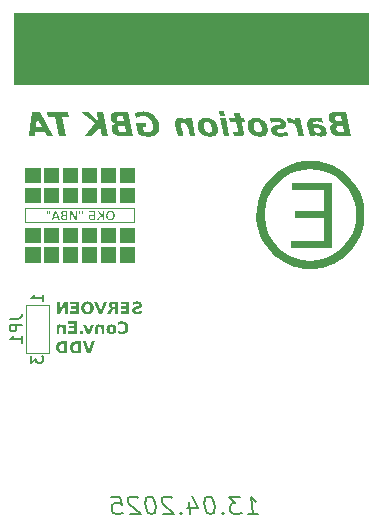
<source format=gbr>
%TF.GenerationSoftware,KiCad,Pcbnew,8.0.9-8.0.9-0~ubuntu24.04.1*%
%TF.CreationDate,2025-04-13T21:31:37+05:00*%
%TF.ProjectId,ThetaAnomalain,54686574-6141-46e6-9f6d-616c61696e2e,rev?*%
%TF.SameCoordinates,Original*%
%TF.FileFunction,Legend,Bot*%
%TF.FilePolarity,Positive*%
%FSLAX46Y46*%
G04 Gerber Fmt 4.6, Leading zero omitted, Abs format (unit mm)*
G04 Created by KiCad (PCBNEW 8.0.9-8.0.9-0~ubuntu24.04.1) date 2025-04-13 21:31:37*
%MOMM*%
%LPD*%
G01*
G04 APERTURE LIST*
%ADD10C,0.100000*%
%ADD11C,0.200000*%
%ADD12C,0.150000*%
%ADD13C,0.000000*%
%ADD14C,0.120000*%
G04 APERTURE END LIST*
D10*
X85500000Y-84200000D02*
X115500000Y-84200000D01*
X115500000Y-90200000D01*
X85500000Y-90200000D01*
X85500000Y-84200000D01*
G36*
X85500000Y-84200000D02*
G01*
X115500000Y-84200000D01*
X115500000Y-90200000D01*
X85500000Y-90200000D01*
X85500000Y-84200000D01*
G37*
D11*
G36*
X95575260Y-108637512D02*
G01*
X95575260Y-108853422D01*
X95622468Y-108833104D01*
X95669018Y-108815839D01*
X95719971Y-108800235D01*
X95740124Y-108795048D01*
X95789488Y-108784616D01*
X95841805Y-108777602D01*
X95892043Y-108775265D01*
X95941447Y-108777351D01*
X95991229Y-108785569D01*
X96032239Y-108801643D01*
X96067495Y-108837873D01*
X96077424Y-108883464D01*
X96062993Y-108932118D01*
X96046893Y-108948433D01*
X96000393Y-108971225D01*
X95950636Y-108985072D01*
X95936007Y-108988244D01*
X95823167Y-109010959D01*
X95772154Y-109022592D01*
X95717314Y-109038849D01*
X95669429Y-109057614D01*
X95622354Y-109082675D01*
X95580145Y-109115495D01*
X95548516Y-109154253D01*
X95525923Y-109200430D01*
X95512368Y-109254026D01*
X95507920Y-109307009D01*
X95507849Y-109315041D01*
X95510306Y-109365971D01*
X95519740Y-109421498D01*
X95536249Y-109470929D01*
X95559834Y-109514263D01*
X95596292Y-109557114D01*
X95608477Y-109567833D01*
X95649948Y-109595971D01*
X95698889Y-109618288D01*
X95755301Y-109634783D01*
X95808017Y-109644082D01*
X95865921Y-109649337D01*
X95915979Y-109650631D01*
X95970874Y-109649201D01*
X96019799Y-109645530D01*
X96068846Y-109639600D01*
X96111862Y-109632557D01*
X96160955Y-109622314D01*
X96210048Y-109609904D01*
X96259140Y-109595325D01*
X96308233Y-109578579D01*
X96308233Y-109353632D01*
X96259553Y-109379186D01*
X96211696Y-109401381D01*
X96164664Y-109420218D01*
X96118457Y-109435697D01*
X96067321Y-109448921D01*
X96017228Y-109457817D01*
X95968179Y-109462385D01*
X95941380Y-109463053D01*
X95891301Y-109460190D01*
X95841659Y-109449199D01*
X95809001Y-109433743D01*
X95774379Y-109397962D01*
X95762839Y-109349724D01*
X95772731Y-109301604D01*
X95794102Y-109274009D01*
X95837042Y-109250284D01*
X95885859Y-109234456D01*
X95918666Y-109226381D01*
X96021004Y-109203667D01*
X96075804Y-109189937D01*
X96124799Y-109173476D01*
X96174624Y-109150821D01*
X96216549Y-109124449D01*
X96246196Y-109098886D01*
X96277291Y-109059747D01*
X96299502Y-109014378D01*
X96312828Y-108962782D01*
X96317201Y-108912526D01*
X96317270Y-108904958D01*
X96313793Y-108850112D01*
X96303360Y-108800246D01*
X96282398Y-108748364D01*
X96251969Y-108703261D01*
X96218352Y-108669996D01*
X96178209Y-108642024D01*
X96131970Y-108619838D01*
X96079634Y-108603441D01*
X96031364Y-108594197D01*
X95978860Y-108588972D01*
X95933809Y-108587686D01*
X95880538Y-108588903D01*
X95826361Y-108592552D01*
X95776827Y-108597916D01*
X95760152Y-108600143D01*
X95709386Y-108608135D01*
X95657653Y-108618097D01*
X95604955Y-108630031D01*
X95575260Y-108637512D01*
G37*
G36*
X95280704Y-108603318D02*
G01*
X94567026Y-108603318D01*
X94567026Y-108806528D01*
X95016189Y-108806528D01*
X95016189Y-108994106D01*
X94593893Y-108994106D01*
X94593893Y-109197316D01*
X95016189Y-109197316D01*
X95016189Y-109431789D01*
X94551883Y-109431789D01*
X94551883Y-109635000D01*
X95280704Y-109635000D01*
X95280704Y-108603318D01*
G37*
G36*
X94324249Y-109635000D02*
G01*
X94059734Y-109635000D01*
X94059734Y-109244211D01*
X93984995Y-109244211D01*
X93977035Y-109244322D01*
X93926927Y-109251294D01*
X93881681Y-109272543D01*
X93857504Y-109295045D01*
X93828745Y-109334704D01*
X93804988Y-109378300D01*
X93679936Y-109635000D01*
X93398324Y-109635000D01*
X93541939Y-109341664D01*
X93544686Y-109336076D01*
X93569321Y-109289819D01*
X93596512Y-109246943D01*
X93628889Y-109207330D01*
X93637048Y-109199277D01*
X93677733Y-109169130D01*
X93726098Y-109150422D01*
X93702147Y-109142133D01*
X93653950Y-109119576D01*
X93613635Y-109091609D01*
X93578087Y-109054190D01*
X93566523Y-109037257D01*
X93544360Y-108989949D01*
X93532652Y-108941295D01*
X93531325Y-108922787D01*
X93793265Y-108922787D01*
X93793582Y-108935808D01*
X93802302Y-108984092D01*
X93829413Y-109025369D01*
X93847388Y-109037551D01*
X93896942Y-109052938D01*
X93948603Y-109056632D01*
X94059734Y-109056632D01*
X94059734Y-108790896D01*
X93948603Y-108790896D01*
X93923733Y-108791642D01*
X93873484Y-108799513D01*
X93829413Y-108821427D01*
X93822953Y-108827505D01*
X93799230Y-108871889D01*
X93793265Y-108922787D01*
X93531325Y-108922787D01*
X93528750Y-108886884D01*
X93530227Y-108851301D01*
X93539919Y-108794981D01*
X93558657Y-108746234D01*
X93586441Y-108705061D01*
X93623272Y-108671461D01*
X93662438Y-108648303D01*
X93709230Y-108629936D01*
X93763646Y-108616361D01*
X93814818Y-108608708D01*
X93871285Y-108604382D01*
X93920271Y-108603318D01*
X94324249Y-108603318D01*
X94324249Y-109635000D01*
G37*
G36*
X93369015Y-108603318D02*
G01*
X93103034Y-108603318D01*
X92831192Y-109364867D01*
X92559838Y-108603318D01*
X92293858Y-108603318D01*
X92673900Y-109635000D01*
X92989217Y-109635000D01*
X93369015Y-108603318D01*
G37*
G36*
X91780143Y-108589896D02*
G01*
X91836834Y-108596525D01*
X91890204Y-108607573D01*
X91940255Y-108623040D01*
X91986986Y-108642927D01*
X92030396Y-108667233D01*
X92070486Y-108695958D01*
X92107256Y-108729103D01*
X92140172Y-108766136D01*
X92168699Y-108806528D01*
X92192837Y-108850278D01*
X92212586Y-108897386D01*
X92227947Y-108947853D01*
X92238918Y-109001678D01*
X92245502Y-109058861D01*
X92247696Y-109119403D01*
X92245502Y-109179830D01*
X92238918Y-109236914D01*
X92227947Y-109290655D01*
X92212586Y-109341053D01*
X92192837Y-109388108D01*
X92168699Y-109431820D01*
X92140172Y-109472189D01*
X92107256Y-109509214D01*
X92070486Y-109542359D01*
X92030396Y-109571084D01*
X91986986Y-109595390D01*
X91940255Y-109615277D01*
X91890204Y-109630744D01*
X91836834Y-109641793D01*
X91780143Y-109648421D01*
X91720131Y-109650631D01*
X91659956Y-109648421D01*
X91603139Y-109641793D01*
X91549680Y-109630744D01*
X91499580Y-109615277D01*
X91452838Y-109595390D01*
X91409454Y-109571084D01*
X91369429Y-109542359D01*
X91332762Y-109509214D01*
X91299904Y-109472189D01*
X91271427Y-109431820D01*
X91247331Y-109388108D01*
X91227616Y-109341053D01*
X91212282Y-109290655D01*
X91201329Y-109236914D01*
X91194757Y-109179830D01*
X91192567Y-109119403D01*
X91465386Y-109119403D01*
X91467730Y-109178027D01*
X91474763Y-109231533D01*
X91486483Y-109279922D01*
X91506083Y-109329907D01*
X91532064Y-109372927D01*
X91536285Y-109378472D01*
X91573899Y-109416494D01*
X91618351Y-109443250D01*
X91669642Y-109458740D01*
X91720131Y-109463053D01*
X91727635Y-109462965D01*
X91777193Y-109457420D01*
X91827476Y-109440521D01*
X91870982Y-109412357D01*
X91907710Y-109372927D01*
X91911812Y-109367208D01*
X91936882Y-109323193D01*
X91955570Y-109272213D01*
X91966509Y-109222971D01*
X91972760Y-109168612D01*
X91974388Y-109119403D01*
X91972044Y-109060621D01*
X91965012Y-109007009D01*
X91953291Y-108958566D01*
X91933691Y-108908582D01*
X91907710Y-108865635D01*
X91903489Y-108860075D01*
X91865914Y-108821950D01*
X91821561Y-108795121D01*
X91770431Y-108779589D01*
X91720131Y-108775265D01*
X91712598Y-108775353D01*
X91662856Y-108780913D01*
X91612420Y-108797857D01*
X91568823Y-108826098D01*
X91532064Y-108865635D01*
X91527962Y-108871339D01*
X91502893Y-108915292D01*
X91484204Y-108966281D01*
X91473265Y-109015586D01*
X91467014Y-109070059D01*
X91465386Y-109119403D01*
X91192567Y-109119403D01*
X91194757Y-109058861D01*
X91201329Y-109001678D01*
X91212282Y-108947853D01*
X91227616Y-108897386D01*
X91247331Y-108850278D01*
X91271427Y-108806528D01*
X91299904Y-108766136D01*
X91332762Y-108729103D01*
X91369429Y-108695958D01*
X91409454Y-108667233D01*
X91452838Y-108642927D01*
X91499580Y-108623040D01*
X91549680Y-108607573D01*
X91603139Y-108596525D01*
X91659956Y-108589896D01*
X91720131Y-108587686D01*
X91780143Y-108589896D01*
G37*
G36*
X90998638Y-108603318D02*
G01*
X90284960Y-108603318D01*
X90284960Y-108806528D01*
X90734123Y-108806528D01*
X90734123Y-108994106D01*
X90311827Y-108994106D01*
X90311827Y-109197316D01*
X90734123Y-109197316D01*
X90734123Y-109431789D01*
X90269817Y-109431789D01*
X90269817Y-109635000D01*
X90998638Y-109635000D01*
X90998638Y-108603318D01*
G37*
G36*
X90042183Y-108603318D02*
G01*
X89746893Y-108603318D01*
X89373935Y-109310889D01*
X89373935Y-108603318D01*
X89123097Y-108603318D01*
X89123097Y-109635000D01*
X89418387Y-109635000D01*
X89791590Y-108927428D01*
X89791590Y-109635000D01*
X90042183Y-109635000D01*
X90042183Y-108603318D01*
G37*
G36*
X94324737Y-111255893D02*
G01*
X94370848Y-111277307D01*
X94418198Y-111295143D01*
X94466789Y-111309402D01*
X94476656Y-111311824D01*
X94526655Y-111321742D01*
X94578036Y-111327986D01*
X94630801Y-111330558D01*
X94641520Y-111330631D01*
X94703909Y-111328395D01*
X94762970Y-111321686D01*
X94818703Y-111310504D01*
X94871109Y-111294849D01*
X94920186Y-111274722D01*
X94965936Y-111250122D01*
X95008358Y-111221050D01*
X95047452Y-111187505D01*
X95082543Y-111150132D01*
X95112955Y-111109576D01*
X95138688Y-111065837D01*
X95159743Y-111018916D01*
X95176118Y-110968812D01*
X95187815Y-110915525D01*
X95194833Y-110859055D01*
X95197173Y-110799403D01*
X95194833Y-110739636D01*
X95187815Y-110683067D01*
X95176118Y-110629696D01*
X95159743Y-110579523D01*
X95138688Y-110532548D01*
X95112955Y-110488772D01*
X95082543Y-110448193D01*
X95047452Y-110410812D01*
X95008358Y-110377267D01*
X94965936Y-110348195D01*
X94920186Y-110323595D01*
X94871109Y-110303468D01*
X94818703Y-110287813D01*
X94762970Y-110276632D01*
X94703909Y-110269923D01*
X94641520Y-110267686D01*
X94588479Y-110269523D01*
X94536820Y-110275033D01*
X94486545Y-110284215D01*
X94476656Y-110286493D01*
X94427817Y-110300036D01*
X94380219Y-110317157D01*
X94333860Y-110337855D01*
X94324737Y-110342424D01*
X94324737Y-110549054D01*
X94370495Y-110521228D01*
X94415870Y-110498507D01*
X94465343Y-110479409D01*
X94469818Y-110477979D01*
X94519773Y-110465047D01*
X94571575Y-110457483D01*
X94620271Y-110455265D01*
X94671182Y-110458485D01*
X94725216Y-110470381D01*
X94773476Y-110491042D01*
X94815963Y-110520470D01*
X94842776Y-110546856D01*
X94874372Y-110590246D01*
X94898208Y-110640275D01*
X94912462Y-110688440D01*
X94921014Y-110741483D01*
X94923865Y-110799403D01*
X94921014Y-110857157D01*
X94912462Y-110910068D01*
X94898208Y-110958136D01*
X94874372Y-111008095D01*
X94842776Y-111051461D01*
X94804413Y-111087150D01*
X94760277Y-111114073D01*
X94710367Y-111132230D01*
X94654683Y-111141621D01*
X94620271Y-111143053D01*
X94566790Y-111140397D01*
X94515155Y-111132432D01*
X94469818Y-111120582D01*
X94420387Y-111101907D01*
X94375049Y-111079620D01*
X94329330Y-111052276D01*
X94324737Y-111049263D01*
X94324737Y-111255893D01*
G37*
G36*
X93816229Y-110536004D02*
G01*
X93872084Y-110543750D01*
X93923705Y-110556660D01*
X93971093Y-110574734D01*
X94022369Y-110603239D01*
X94067550Y-110639180D01*
X94099917Y-110674214D01*
X94131516Y-110721498D01*
X94155215Y-110774501D01*
X94168929Y-110823038D01*
X94177158Y-110875547D01*
X94179901Y-110932027D01*
X94178146Y-110977528D01*
X94171014Y-111030831D01*
X94158397Y-111080163D01*
X94136014Y-111134119D01*
X94105732Y-111182356D01*
X94067550Y-111224874D01*
X94060443Y-111231380D01*
X94014247Y-111266082D01*
X93971093Y-111289320D01*
X93923705Y-111307393D01*
X93872084Y-111320303D01*
X93816229Y-111328049D01*
X93756140Y-111330631D01*
X93696210Y-111328049D01*
X93640525Y-111320303D01*
X93589086Y-111307393D01*
X93541893Y-111289320D01*
X93490866Y-111260815D01*
X93445952Y-111224874D01*
X93413796Y-111189839D01*
X93382403Y-111142555D01*
X93358858Y-111089553D01*
X93345233Y-111041015D01*
X93337058Y-110988507D01*
X93334333Y-110932027D01*
X93590543Y-110932027D01*
X93590919Y-110952182D01*
X93595594Y-111001500D01*
X93608951Y-111054088D01*
X93633286Y-111100310D01*
X93660186Y-111128528D01*
X93705369Y-111151786D01*
X93756140Y-111158684D01*
X93794517Y-111155036D01*
X93843037Y-111135882D01*
X93880704Y-111100310D01*
X93893088Y-111080810D01*
X93911559Y-111034261D01*
X93921004Y-110983760D01*
X93923691Y-110932027D01*
X93923313Y-110911872D01*
X93918611Y-110862554D01*
X93905178Y-110809965D01*
X93880704Y-110763743D01*
X93853471Y-110735525D01*
X93807664Y-110712267D01*
X93756140Y-110705369D01*
X93718328Y-110709018D01*
X93670483Y-110728172D01*
X93633286Y-110763743D01*
X93620972Y-110783243D01*
X93602606Y-110829793D01*
X93593215Y-110880293D01*
X93590543Y-110932027D01*
X93334333Y-110932027D01*
X93336077Y-110886525D01*
X93343162Y-110833222D01*
X93355697Y-110783891D01*
X93377934Y-110729935D01*
X93408019Y-110681698D01*
X93445952Y-110639180D01*
X93490866Y-110603239D01*
X93541893Y-110574734D01*
X93589086Y-110556660D01*
X93640525Y-110543750D01*
X93696210Y-110536004D01*
X93756140Y-110533422D01*
X93816229Y-110536004D01*
G37*
G36*
X92387403Y-110853136D02*
G01*
X92387403Y-111315000D01*
X92634821Y-111315000D01*
X92634821Y-111239773D01*
X92634821Y-110961336D01*
X92635188Y-110910936D01*
X92636820Y-110858764D01*
X92639462Y-110826025D01*
X92650959Y-110778361D01*
X92654849Y-110771071D01*
X92690884Y-110735880D01*
X92693928Y-110734190D01*
X92742334Y-110721207D01*
X92750104Y-110721001D01*
X92799101Y-110727927D01*
X92843666Y-110751283D01*
X92871004Y-110779619D01*
X92896034Y-110825230D01*
X92909773Y-110875910D01*
X92914796Y-110929027D01*
X92914968Y-110941796D01*
X92914968Y-111315000D01*
X93160920Y-111315000D01*
X93160920Y-110549054D01*
X92914968Y-110549054D01*
X92914968Y-110658475D01*
X92879495Y-110621643D01*
X92838933Y-110588786D01*
X92796754Y-110563953D01*
X92748039Y-110545348D01*
X92695683Y-110535331D01*
X92658757Y-110533422D01*
X92603499Y-110537338D01*
X92554412Y-110549084D01*
X92505869Y-110572096D01*
X92465385Y-110605336D01*
X92456524Y-110615244D01*
X92426283Y-110660795D01*
X92406911Y-110708266D01*
X92394153Y-110762843D01*
X92388483Y-110815279D01*
X92387403Y-110853136D01*
G37*
G36*
X92261374Y-110549054D02*
G01*
X92015421Y-110549054D01*
X91823691Y-111078328D01*
X91632693Y-110549054D01*
X91386252Y-110549054D01*
X91689113Y-111315000D01*
X91959001Y-111315000D01*
X92261374Y-110549054D01*
G37*
G36*
X91340822Y-111049263D02*
G01*
X91093649Y-111049263D01*
X91093649Y-111315000D01*
X91340822Y-111315000D01*
X91340822Y-111049263D01*
G37*
G36*
X90823760Y-110283318D02*
G01*
X90110083Y-110283318D01*
X90110083Y-110486528D01*
X90559245Y-110486528D01*
X90559245Y-110674106D01*
X90136949Y-110674106D01*
X90136949Y-110877316D01*
X90559245Y-110877316D01*
X90559245Y-111111789D01*
X90094940Y-111111789D01*
X90094940Y-111315000D01*
X90823760Y-111315000D01*
X90823760Y-110283318D01*
G37*
G36*
X89104779Y-110853136D02*
G01*
X89104779Y-111315000D01*
X89352197Y-111315000D01*
X89352197Y-111239773D01*
X89352197Y-110961336D01*
X89352564Y-110910936D01*
X89354196Y-110858764D01*
X89356838Y-110826025D01*
X89368335Y-110778361D01*
X89372225Y-110771071D01*
X89408261Y-110735880D01*
X89411304Y-110734190D01*
X89459710Y-110721207D01*
X89467480Y-110721001D01*
X89516477Y-110727927D01*
X89561042Y-110751283D01*
X89588380Y-110779619D01*
X89613410Y-110825230D01*
X89627149Y-110875910D01*
X89632172Y-110929027D01*
X89632344Y-110941796D01*
X89632344Y-111315000D01*
X89878296Y-111315000D01*
X89878296Y-110549054D01*
X89632344Y-110549054D01*
X89632344Y-110658475D01*
X89596871Y-110621643D01*
X89556309Y-110588786D01*
X89514130Y-110563953D01*
X89465415Y-110545348D01*
X89413059Y-110535331D01*
X89376133Y-110533422D01*
X89320875Y-110537338D01*
X89271788Y-110549084D01*
X89223245Y-110572096D01*
X89182761Y-110605336D01*
X89173900Y-110615244D01*
X89143660Y-110660795D01*
X89124287Y-110708266D01*
X89111529Y-110762843D01*
X89105859Y-110815279D01*
X89104779Y-110853136D01*
G37*
G36*
X92399860Y-111963318D02*
G01*
X92133879Y-111963318D01*
X91862037Y-112724867D01*
X91590683Y-111963318D01*
X91324703Y-111963318D01*
X91704745Y-112995000D01*
X92020062Y-112995000D01*
X92399860Y-111963318D01*
G37*
G36*
X91194033Y-112995000D02*
G01*
X90915107Y-112995000D01*
X90900795Y-112994967D01*
X90845800Y-112994183D01*
X90794415Y-112992353D01*
X90735262Y-112988595D01*
X90681749Y-112983203D01*
X90624980Y-112974576D01*
X90569015Y-112961538D01*
X90540653Y-112952440D01*
X90493516Y-112932992D01*
X90449558Y-112909057D01*
X90408779Y-112880633D01*
X90371179Y-112847721D01*
X90349569Y-112825432D01*
X90315239Y-112782606D01*
X90286783Y-112736302D01*
X90264200Y-112686521D01*
X90262036Y-112680772D01*
X90247199Y-112633011D01*
X90236757Y-112582105D01*
X90230712Y-112528055D01*
X90229029Y-112478182D01*
X90501604Y-112478182D01*
X90503691Y-112524191D01*
X90511706Y-112574726D01*
X90528652Y-112627238D01*
X90553780Y-112672807D01*
X90587089Y-112711434D01*
X90628159Y-112742744D01*
X90676568Y-112766364D01*
X90723903Y-112780489D01*
X90776631Y-112788964D01*
X90834752Y-112791789D01*
X90929518Y-112791789D01*
X90929518Y-112166528D01*
X90834752Y-112166528D01*
X90776399Y-112169327D01*
X90723526Y-112177725D01*
X90676130Y-112191721D01*
X90627759Y-112215126D01*
X90586845Y-112246151D01*
X90557877Y-112278568D01*
X90531655Y-112322857D01*
X90513591Y-112374111D01*
X90504601Y-112423588D01*
X90501604Y-112478182D01*
X90229029Y-112478182D01*
X90229064Y-112470985D01*
X90231227Y-112421945D01*
X90237822Y-112368761D01*
X90248813Y-112318630D01*
X90264200Y-112271552D01*
X90278603Y-112238061D01*
X90305101Y-112190691D01*
X90337473Y-112146759D01*
X90371179Y-112110596D01*
X90392142Y-112091240D01*
X90431269Y-112060893D01*
X90473506Y-112035034D01*
X90518851Y-112013662D01*
X90567306Y-111996779D01*
X90597744Y-111988936D01*
X90650386Y-111979133D01*
X90700656Y-111972761D01*
X90756746Y-111968023D01*
X90805809Y-111965409D01*
X90858596Y-111963841D01*
X90915107Y-111963318D01*
X91194033Y-111963318D01*
X91194033Y-112995000D01*
G37*
G36*
X90032414Y-112995000D02*
G01*
X89753488Y-112995000D01*
X89739176Y-112994967D01*
X89684181Y-112994183D01*
X89632796Y-112992353D01*
X89573643Y-112988595D01*
X89520130Y-112983203D01*
X89463361Y-112974576D01*
X89407396Y-112961538D01*
X89379034Y-112952440D01*
X89331897Y-112932992D01*
X89287939Y-112909057D01*
X89247160Y-112880633D01*
X89209560Y-112847721D01*
X89187950Y-112825432D01*
X89153620Y-112782606D01*
X89125164Y-112736302D01*
X89102581Y-112686521D01*
X89100417Y-112680772D01*
X89085580Y-112633011D01*
X89075138Y-112582105D01*
X89069093Y-112528055D01*
X89067410Y-112478182D01*
X89339985Y-112478182D01*
X89342072Y-112524191D01*
X89350087Y-112574726D01*
X89367033Y-112627238D01*
X89392161Y-112672807D01*
X89425470Y-112711434D01*
X89466540Y-112742744D01*
X89514949Y-112766364D01*
X89562284Y-112780489D01*
X89615012Y-112788964D01*
X89673133Y-112791789D01*
X89767899Y-112791789D01*
X89767899Y-112166528D01*
X89673133Y-112166528D01*
X89614780Y-112169327D01*
X89561907Y-112177725D01*
X89514511Y-112191721D01*
X89466140Y-112215126D01*
X89425226Y-112246151D01*
X89396258Y-112278568D01*
X89370036Y-112322857D01*
X89351972Y-112374111D01*
X89342982Y-112423588D01*
X89339985Y-112478182D01*
X89067410Y-112478182D01*
X89067445Y-112470985D01*
X89069608Y-112421945D01*
X89076203Y-112368761D01*
X89087194Y-112318630D01*
X89102581Y-112271552D01*
X89116984Y-112238061D01*
X89143482Y-112190691D01*
X89175854Y-112146759D01*
X89209560Y-112110596D01*
X89230523Y-112091240D01*
X89269650Y-112060893D01*
X89311887Y-112035034D01*
X89357232Y-112013662D01*
X89405687Y-111996779D01*
X89436125Y-111988936D01*
X89488767Y-111979133D01*
X89539038Y-111972761D01*
X89595127Y-111968023D01*
X89644190Y-111965409D01*
X89696977Y-111963841D01*
X89753488Y-111963318D01*
X90032414Y-111963318D01*
X90032414Y-112995000D01*
G37*
X105294641Y-126606028D02*
X106151784Y-126606028D01*
X105723212Y-126606028D02*
X105535712Y-125106028D01*
X105535712Y-125106028D02*
X105705355Y-125320314D01*
X105705355Y-125320314D02*
X105866070Y-125463171D01*
X105866070Y-125463171D02*
X106017855Y-125534600D01*
X104607141Y-125106028D02*
X103678570Y-125106028D01*
X103678570Y-125106028D02*
X104249999Y-125677457D01*
X104249999Y-125677457D02*
X104035713Y-125677457D01*
X104035713Y-125677457D02*
X103901784Y-125748885D01*
X103901784Y-125748885D02*
X103839284Y-125820314D01*
X103839284Y-125820314D02*
X103785713Y-125963171D01*
X103785713Y-125963171D02*
X103830356Y-126320314D01*
X103830356Y-126320314D02*
X103919641Y-126463171D01*
X103919641Y-126463171D02*
X103999999Y-126534600D01*
X103999999Y-126534600D02*
X104151784Y-126606028D01*
X104151784Y-126606028D02*
X104580356Y-126606028D01*
X104580356Y-126606028D02*
X104714284Y-126534600D01*
X104714284Y-126534600D02*
X104776784Y-126463171D01*
X103205356Y-126463171D02*
X103142856Y-126534600D01*
X103142856Y-126534600D02*
X103223213Y-126606028D01*
X103223213Y-126606028D02*
X103285713Y-126534600D01*
X103285713Y-126534600D02*
X103205356Y-126463171D01*
X103205356Y-126463171D02*
X103223213Y-126606028D01*
X102035713Y-125106028D02*
X101892856Y-125106028D01*
X101892856Y-125106028D02*
X101758927Y-125177457D01*
X101758927Y-125177457D02*
X101696427Y-125248885D01*
X101696427Y-125248885D02*
X101642856Y-125391742D01*
X101642856Y-125391742D02*
X101607142Y-125677457D01*
X101607142Y-125677457D02*
X101651784Y-126034600D01*
X101651784Y-126034600D02*
X101758927Y-126320314D01*
X101758927Y-126320314D02*
X101848213Y-126463171D01*
X101848213Y-126463171D02*
X101928570Y-126534600D01*
X101928570Y-126534600D02*
X102080356Y-126606028D01*
X102080356Y-126606028D02*
X102223213Y-126606028D01*
X102223213Y-126606028D02*
X102357142Y-126534600D01*
X102357142Y-126534600D02*
X102419642Y-126463171D01*
X102419642Y-126463171D02*
X102473213Y-126320314D01*
X102473213Y-126320314D02*
X102508927Y-126034600D01*
X102508927Y-126034600D02*
X102464284Y-125677457D01*
X102464284Y-125677457D02*
X102357142Y-125391742D01*
X102357142Y-125391742D02*
X102267856Y-125248885D01*
X102267856Y-125248885D02*
X102187499Y-125177457D01*
X102187499Y-125177457D02*
X102035713Y-125106028D01*
X100312499Y-125606028D02*
X100437499Y-126606028D01*
X100598213Y-125034600D02*
X101089285Y-126106028D01*
X101089285Y-126106028D02*
X100160713Y-126106028D01*
X99633928Y-126463171D02*
X99571428Y-126534600D01*
X99571428Y-126534600D02*
X99651785Y-126606028D01*
X99651785Y-126606028D02*
X99714285Y-126534600D01*
X99714285Y-126534600D02*
X99633928Y-126463171D01*
X99633928Y-126463171D02*
X99651785Y-126606028D01*
X98839285Y-125248885D02*
X98758928Y-125177457D01*
X98758928Y-125177457D02*
X98607142Y-125106028D01*
X98607142Y-125106028D02*
X98249999Y-125106028D01*
X98249999Y-125106028D02*
X98116071Y-125177457D01*
X98116071Y-125177457D02*
X98053571Y-125248885D01*
X98053571Y-125248885D02*
X97999999Y-125391742D01*
X97999999Y-125391742D02*
X98017856Y-125534600D01*
X98017856Y-125534600D02*
X98116071Y-125748885D01*
X98116071Y-125748885D02*
X99080356Y-126606028D01*
X99080356Y-126606028D02*
X98151785Y-126606028D01*
X97035714Y-125106028D02*
X96892857Y-125106028D01*
X96892857Y-125106028D02*
X96758928Y-125177457D01*
X96758928Y-125177457D02*
X96696428Y-125248885D01*
X96696428Y-125248885D02*
X96642857Y-125391742D01*
X96642857Y-125391742D02*
X96607143Y-125677457D01*
X96607143Y-125677457D02*
X96651785Y-126034600D01*
X96651785Y-126034600D02*
X96758928Y-126320314D01*
X96758928Y-126320314D02*
X96848214Y-126463171D01*
X96848214Y-126463171D02*
X96928571Y-126534600D01*
X96928571Y-126534600D02*
X97080357Y-126606028D01*
X97080357Y-126606028D02*
X97223214Y-126606028D01*
X97223214Y-126606028D02*
X97357143Y-126534600D01*
X97357143Y-126534600D02*
X97419643Y-126463171D01*
X97419643Y-126463171D02*
X97473214Y-126320314D01*
X97473214Y-126320314D02*
X97508928Y-126034600D01*
X97508928Y-126034600D02*
X97464285Y-125677457D01*
X97464285Y-125677457D02*
X97357143Y-125391742D01*
X97357143Y-125391742D02*
X97267857Y-125248885D01*
X97267857Y-125248885D02*
X97187500Y-125177457D01*
X97187500Y-125177457D02*
X97035714Y-125106028D01*
X95982143Y-125248885D02*
X95901786Y-125177457D01*
X95901786Y-125177457D02*
X95750000Y-125106028D01*
X95750000Y-125106028D02*
X95392857Y-125106028D01*
X95392857Y-125106028D02*
X95258929Y-125177457D01*
X95258929Y-125177457D02*
X95196429Y-125248885D01*
X95196429Y-125248885D02*
X95142857Y-125391742D01*
X95142857Y-125391742D02*
X95160714Y-125534600D01*
X95160714Y-125534600D02*
X95258929Y-125748885D01*
X95258929Y-125748885D02*
X96223214Y-126606028D01*
X96223214Y-126606028D02*
X95294643Y-126606028D01*
X93750001Y-125106028D02*
X94464286Y-125106028D01*
X94464286Y-125106028D02*
X94625001Y-125820314D01*
X94625001Y-125820314D02*
X94544643Y-125748885D01*
X94544643Y-125748885D02*
X94392858Y-125677457D01*
X94392858Y-125677457D02*
X94035715Y-125677457D01*
X94035715Y-125677457D02*
X93901786Y-125748885D01*
X93901786Y-125748885D02*
X93839286Y-125820314D01*
X93839286Y-125820314D02*
X93785715Y-125963171D01*
X93785715Y-125963171D02*
X93830358Y-126320314D01*
X93830358Y-126320314D02*
X93919643Y-126463171D01*
X93919643Y-126463171D02*
X94000001Y-126534600D01*
X94000001Y-126534600D02*
X94151786Y-126606028D01*
X94151786Y-126606028D02*
X94508929Y-126606028D01*
X94508929Y-126606028D02*
X94642858Y-126534600D01*
X94642858Y-126534600D02*
X94705358Y-126463171D01*
G36*
X114054988Y-94600000D02*
G01*
X113196231Y-94600000D01*
X113075314Y-94596446D01*
X112962912Y-94585784D01*
X112859025Y-94568014D01*
X112763654Y-94543137D01*
X112660448Y-94503901D01*
X112569503Y-94454431D01*
X112541816Y-94435643D01*
X112466494Y-94372182D01*
X112402781Y-94298073D01*
X112350677Y-94213317D01*
X112310182Y-94117914D01*
X112281297Y-94011863D01*
X112276637Y-93987858D01*
X112265775Y-93885694D01*
X112266842Y-93870801D01*
X112781631Y-93870801D01*
X112789810Y-93972784D01*
X112800673Y-94015464D01*
X112843426Y-94110136D01*
X112912909Y-94185764D01*
X112963498Y-94216538D01*
X113062504Y-94247794D01*
X113162525Y-94256106D01*
X113465875Y-94256106D01*
X113348638Y-93693370D01*
X113045288Y-93693370D01*
X113016620Y-93693984D01*
X112911443Y-93710833D01*
X112824493Y-93763224D01*
X112813398Y-93776935D01*
X112781631Y-93870801D01*
X112266842Y-93870801D01*
X112273102Y-93783417D01*
X112304744Y-93684577D01*
X112353497Y-93609434D01*
X112428063Y-93545731D01*
X112524563Y-93501884D01*
X112457121Y-93472788D01*
X112367751Y-93416208D01*
X112292532Y-93344103D01*
X112241565Y-93273158D01*
X112198946Y-93184980D01*
X112170411Y-93086182D01*
X112163763Y-93050773D01*
X112160667Y-93014253D01*
X112688816Y-93014253D01*
X112694067Y-93115003D01*
X112727884Y-93211195D01*
X112793718Y-93290369D01*
X112803305Y-93297527D01*
X112893186Y-93338163D01*
X112991067Y-93349476D01*
X113277319Y-93349476D01*
X113179622Y-92880530D01*
X112893369Y-92880530D01*
X112805997Y-92890446D01*
X112720934Y-92940614D01*
X112688816Y-93014253D01*
X112160667Y-93014253D01*
X112154079Y-92936547D01*
X112165526Y-92837421D01*
X112204482Y-92742624D01*
X112271039Y-92667550D01*
X112327405Y-92629836D01*
X112427476Y-92587774D01*
X112532898Y-92561694D01*
X112634602Y-92546991D01*
X112748900Y-92538681D01*
X112849406Y-92536636D01*
X113626098Y-92536636D01*
X114054988Y-94600000D01*
G37*
G36*
X110996532Y-93036908D02*
G01*
X111094391Y-93039112D01*
X111192918Y-93044465D01*
X111292113Y-93052965D01*
X111311966Y-93054978D01*
X111411456Y-93066818D01*
X111511329Y-93081616D01*
X111611583Y-93099371D01*
X111689741Y-93474528D01*
X111625474Y-93445219D01*
X111526212Y-93408583D01*
X111423516Y-93380739D01*
X111334720Y-93364253D01*
X111233629Y-93353170D01*
X111128959Y-93349476D01*
X111061434Y-93351296D01*
X110957976Y-93364090D01*
X110859315Y-93401256D01*
X110807208Y-93462894D01*
X110802651Y-93564410D01*
X110809978Y-93599581D01*
X111093788Y-93599581D01*
X111165198Y-93600701D01*
X111277153Y-93607549D01*
X111380284Y-93620622D01*
X111492391Y-93644528D01*
X111591791Y-93677397D01*
X111691695Y-93727076D01*
X111753168Y-93770319D01*
X111826769Y-93842801D01*
X111885830Y-93929214D01*
X111930352Y-94029559D01*
X111956942Y-94126657D01*
X111968626Y-94207635D01*
X111966412Y-94306523D01*
X111939618Y-94405364D01*
X111887089Y-94491067D01*
X111830378Y-94545694D01*
X111740910Y-94596214D01*
X111645746Y-94622500D01*
X111535868Y-94631263D01*
X111525097Y-94631197D01*
X111421485Y-94623355D01*
X111325314Y-94602441D01*
X111228122Y-94564340D01*
X111202828Y-94551001D01*
X111119633Y-94496428D01*
X111038155Y-94426303D01*
X110966293Y-94349895D01*
X111018073Y-94600000D01*
X110533007Y-94600000D01*
X110383482Y-93880949D01*
X110868596Y-93880949D01*
X110881297Y-93942009D01*
X110910282Y-94037770D01*
X110960457Y-94130874D01*
X111029796Y-94211165D01*
X111088506Y-94258182D01*
X111181494Y-94303519D01*
X111280390Y-94318632D01*
X111353777Y-94310595D01*
X111439148Y-94261479D01*
X111468854Y-94203149D01*
X111467480Y-94103698D01*
X111428401Y-94007222D01*
X111357082Y-93937613D01*
X111321894Y-93918356D01*
X111222558Y-93888917D01*
X111118212Y-93880949D01*
X110868596Y-93880949D01*
X110383482Y-93880949D01*
X110346405Y-93702651D01*
X110328922Y-93597231D01*
X110322235Y-93483383D01*
X110331143Y-93383343D01*
X110361243Y-93284080D01*
X110421632Y-93193649D01*
X110474347Y-93148476D01*
X110569345Y-93098097D01*
X110670456Y-93066859D01*
X110768595Y-93049249D01*
X110879351Y-93039295D01*
X110977040Y-93036845D01*
X110996532Y-93036908D01*
G37*
G36*
X108707536Y-93505792D02*
G01*
X108797862Y-93466317D01*
X108823795Y-93458897D01*
X108922423Y-93443815D01*
X108945917Y-93443265D01*
X109045539Y-93452771D01*
X109144992Y-93485629D01*
X109232614Y-93541958D01*
X109256593Y-93563433D01*
X109320714Y-93639219D01*
X109372393Y-93731388D01*
X109407885Y-93827070D01*
X109428052Y-93907327D01*
X109572155Y-94600000D01*
X110053314Y-94600000D01*
X109734821Y-93068108D01*
X109253663Y-93068108D01*
X109305442Y-93318213D01*
X109235349Y-93242041D01*
X109155474Y-93172088D01*
X109073500Y-93117591D01*
X109048499Y-93104256D01*
X108952161Y-93065877D01*
X108847859Y-93043428D01*
X108746126Y-93036845D01*
X108693858Y-93038799D01*
X108613746Y-93046127D01*
X108707536Y-93505792D01*
G37*
G36*
X107185414Y-93099371D02*
G01*
X107263572Y-93474528D01*
X107360224Y-93435236D01*
X107456068Y-93403332D01*
X107542497Y-93380739D01*
X107644140Y-93361688D01*
X107743173Y-93351430D01*
X107807745Y-93349476D01*
X107908792Y-93355119D01*
X108004382Y-93377559D01*
X108018771Y-93383670D01*
X108093818Y-93451750D01*
X108106698Y-93488695D01*
X108074947Y-93577599D01*
X107981270Y-93611048D01*
X107903488Y-93623028D01*
X107820934Y-93635240D01*
X107714808Y-93651715D01*
X107603891Y-93675483D01*
X107497148Y-93708725D01*
X107405038Y-93753986D01*
X107356873Y-93793021D01*
X107302851Y-93883360D01*
X107285296Y-93991133D01*
X107292890Y-94094936D01*
X107300697Y-94137892D01*
X107330406Y-94239736D01*
X107374655Y-94329846D01*
X107433442Y-94408222D01*
X107506769Y-94474863D01*
X107555198Y-94507676D01*
X107651231Y-94555831D01*
X107744895Y-94587693D01*
X107849034Y-94610866D01*
X107963649Y-94625349D01*
X108067163Y-94630780D01*
X108110606Y-94631263D01*
X108213670Y-94628492D01*
X108318004Y-94620180D01*
X108413956Y-94607815D01*
X108510603Y-94590871D01*
X108608205Y-94569347D01*
X108706761Y-94543244D01*
X108726586Y-94537473D01*
X108648917Y-94162316D01*
X108559139Y-94211432D01*
X108465783Y-94251312D01*
X108377808Y-94279553D01*
X108277908Y-94301802D01*
X108175006Y-94314815D01*
X108078854Y-94318632D01*
X107974626Y-94311779D01*
X107879407Y-94286842D01*
X107858547Y-94277110D01*
X107783023Y-94209371D01*
X107761339Y-94153524D01*
X107781799Y-94057570D01*
X107789182Y-94050942D01*
X107880812Y-94014725D01*
X107973342Y-93998674D01*
X108055896Y-93987438D01*
X108165902Y-93969847D01*
X108261449Y-93947482D01*
X108354644Y-93915355D01*
X108445547Y-93864500D01*
X108475505Y-93838450D01*
X108530650Y-93750168D01*
X108549426Y-93646670D01*
X108542946Y-93547935D01*
X108535589Y-93507257D01*
X108507198Y-93408475D01*
X108458609Y-93310122D01*
X108392801Y-93227277D01*
X108309774Y-93159943D01*
X108298184Y-93152616D01*
X108208682Y-93107506D01*
X108104735Y-93073476D01*
X108004139Y-93053126D01*
X107892930Y-93040915D01*
X107792149Y-93036958D01*
X107771108Y-93036845D01*
X107669717Y-93038975D01*
X107565578Y-93045363D01*
X107494626Y-93051988D01*
X107393513Y-93064419D01*
X107296885Y-93079227D01*
X107195772Y-93097373D01*
X107185414Y-93099371D01*
G37*
G36*
X106013899Y-93037672D02*
G01*
X106130177Y-93046967D01*
X106240301Y-93066589D01*
X106344271Y-93096540D01*
X106442088Y-93136819D01*
X106533750Y-93187425D01*
X106619259Y-93248360D01*
X106651446Y-93275434D01*
X106725568Y-93348681D01*
X106790626Y-93429870D01*
X106846621Y-93519002D01*
X106893552Y-93616077D01*
X106931419Y-93721094D01*
X106960222Y-93834054D01*
X106975686Y-93925057D01*
X106983896Y-94031663D01*
X106979750Y-94130326D01*
X106958467Y-94238238D01*
X106919392Y-94334712D01*
X106862525Y-94419748D01*
X106802347Y-94480683D01*
X106716343Y-94540171D01*
X106615295Y-94584787D01*
X106519597Y-94610607D01*
X106413451Y-94626099D01*
X106296859Y-94631263D01*
X106248808Y-94630436D01*
X106132988Y-94621141D01*
X106023322Y-94601518D01*
X105919810Y-94571568D01*
X105822451Y-94531289D01*
X105731247Y-94480683D01*
X105646196Y-94419748D01*
X105614127Y-94392674D01*
X105540268Y-94319427D01*
X105475424Y-94238238D01*
X105419596Y-94149106D01*
X105372785Y-94052031D01*
X105334989Y-93947014D01*
X105306210Y-93834054D01*
X105290731Y-93743051D01*
X105282459Y-93636445D01*
X105282740Y-93629586D01*
X105788387Y-93629586D01*
X105791032Y-93730587D01*
X105807396Y-93834054D01*
X105823260Y-93900231D01*
X105854943Y-93995646D01*
X105899855Y-94087588D01*
X105961269Y-94170621D01*
X106033254Y-94232187D01*
X106123567Y-94273573D01*
X106225540Y-94287369D01*
X106281937Y-94283264D01*
X106380094Y-94246210D01*
X106445358Y-94170621D01*
X106458608Y-94139823D01*
X106478045Y-94038522D01*
X106475400Y-93937521D01*
X106459036Y-93834054D01*
X106443172Y-93767877D01*
X106411489Y-93672462D01*
X106366577Y-93580520D01*
X106305163Y-93497487D01*
X106232377Y-93435921D01*
X106140741Y-93394535D01*
X106036984Y-93380739D01*
X105981617Y-93384844D01*
X105885222Y-93421897D01*
X105821074Y-93497487D01*
X105807823Y-93528285D01*
X105788387Y-93629586D01*
X105282740Y-93629586D01*
X105286495Y-93537782D01*
X105307583Y-93429870D01*
X105346395Y-93333396D01*
X105402930Y-93248360D01*
X105462650Y-93187425D01*
X105548104Y-93127937D01*
X105648603Y-93083321D01*
X105743843Y-93057501D01*
X105849531Y-93042009D01*
X105965665Y-93036845D01*
X106013899Y-93037672D01*
G37*
G36*
X104149964Y-92630425D02*
G01*
X104240822Y-93068108D01*
X103744521Y-93068108D01*
X103815840Y-93412002D01*
X104312141Y-93412002D01*
X104449406Y-94071458D01*
X104456910Y-94171201D01*
X104438171Y-94218004D01*
X104342836Y-94253092D01*
X104280390Y-94256106D01*
X104033216Y-94256106D01*
X104104535Y-94600000D01*
X104517305Y-94600000D01*
X104617403Y-94595775D01*
X104717253Y-94580167D01*
X104818842Y-94543202D01*
X104896370Y-94479832D01*
X104939962Y-94388317D01*
X104953197Y-94291475D01*
X104948999Y-94189507D01*
X104933681Y-94089307D01*
X104930076Y-94071458D01*
X104792811Y-93412002D01*
X105032169Y-93412002D01*
X104960850Y-93068108D01*
X104721492Y-93068108D01*
X104630634Y-92630425D01*
X104149964Y-92630425D01*
G37*
G36*
X103427494Y-93068108D02*
G01*
X102946335Y-93068108D01*
X103264828Y-94600000D01*
X103745986Y-94600000D01*
X103427494Y-93068108D01*
G37*
G36*
X103303907Y-92474110D02*
G01*
X102822748Y-92474110D01*
X102907256Y-92880530D01*
X103388415Y-92880530D01*
X103303907Y-92474110D01*
G37*
G36*
X101793383Y-93037672D02*
G01*
X101909661Y-93046967D01*
X102019785Y-93066589D01*
X102123755Y-93096540D01*
X102221571Y-93136819D01*
X102313234Y-93187425D01*
X102398743Y-93248360D01*
X102430929Y-93275434D01*
X102505051Y-93348681D01*
X102570110Y-93429870D01*
X102626104Y-93519002D01*
X102673035Y-93616077D01*
X102710902Y-93721094D01*
X102739706Y-93834054D01*
X102755169Y-93925057D01*
X102763379Y-94031663D01*
X102759234Y-94130326D01*
X102737950Y-94238238D01*
X102698875Y-94334712D01*
X102642009Y-94419748D01*
X102581830Y-94480683D01*
X102495826Y-94540171D01*
X102394779Y-94584787D01*
X102299080Y-94610607D01*
X102192935Y-94626099D01*
X102076342Y-94631263D01*
X102028291Y-94630436D01*
X101912471Y-94621141D01*
X101802805Y-94601518D01*
X101699293Y-94571568D01*
X101601935Y-94531289D01*
X101510730Y-94480683D01*
X101425679Y-94419748D01*
X101393611Y-94392674D01*
X101319751Y-94319427D01*
X101254908Y-94238238D01*
X101199080Y-94149106D01*
X101152268Y-94052031D01*
X101114473Y-93947014D01*
X101085693Y-93834054D01*
X101070214Y-93743051D01*
X101061943Y-93636445D01*
X101062224Y-93629586D01*
X101567871Y-93629586D01*
X101570515Y-93730587D01*
X101586880Y-93834054D01*
X101602743Y-93900231D01*
X101634426Y-93995646D01*
X101679339Y-94087588D01*
X101740753Y-94170621D01*
X101812737Y-94232187D01*
X101903050Y-94273573D01*
X102005023Y-94287369D01*
X102061420Y-94283264D01*
X102159577Y-94246210D01*
X102224842Y-94170621D01*
X102238092Y-94139823D01*
X102257528Y-94038522D01*
X102254884Y-93937521D01*
X102238519Y-93834054D01*
X102222656Y-93767877D01*
X102190973Y-93672462D01*
X102146060Y-93580520D01*
X102084646Y-93497487D01*
X102011860Y-93435921D01*
X101920225Y-93394535D01*
X101816468Y-93380739D01*
X101761101Y-93384844D01*
X101664705Y-93421897D01*
X101600557Y-93497487D01*
X101587307Y-93528285D01*
X101567871Y-93629586D01*
X101062224Y-93629586D01*
X101065978Y-93537782D01*
X101087067Y-93429870D01*
X101125879Y-93333396D01*
X101182413Y-93248360D01*
X101242134Y-93187425D01*
X101327588Y-93127937D01*
X101428086Y-93083321D01*
X101523327Y-93057501D01*
X101629014Y-93042009D01*
X101745149Y-93036845D01*
X101793383Y-93037672D01*
G37*
G36*
X99158617Y-93676273D02*
G01*
X99350592Y-94600000D01*
X99834681Y-94600000D01*
X99803418Y-94449546D01*
X99687647Y-93892672D01*
X99667310Y-93791873D01*
X99649904Y-93694912D01*
X99640264Y-93622051D01*
X99643677Y-93524099D01*
X99647591Y-93512142D01*
X99708652Y-93438381D01*
X99805080Y-93412105D01*
X99812699Y-93412002D01*
X99911461Y-93425855D01*
X100000871Y-93467415D01*
X100074039Y-93529239D01*
X100136455Y-93611289D01*
X100181372Y-93700144D01*
X100215624Y-93803218D01*
X100227424Y-93853593D01*
X100382762Y-94600000D01*
X100863921Y-94600000D01*
X100545428Y-93068108D01*
X100064270Y-93068108D01*
X100109699Y-93286950D01*
X100033389Y-93220056D01*
X99948782Y-93158327D01*
X99855934Y-93105743D01*
X99839078Y-93097906D01*
X99744887Y-93063142D01*
X99647694Y-93042808D01*
X99556733Y-93036845D01*
X99450087Y-93044676D01*
X99347040Y-93072802D01*
X99255124Y-93128894D01*
X99194765Y-93200488D01*
X99154587Y-93291591D01*
X99135170Y-93401256D01*
X99135210Y-93512440D01*
X99147895Y-93619052D01*
X99158617Y-93676273D01*
G37*
G36*
X96038171Y-94443196D02*
G01*
X96131606Y-94482008D01*
X96225556Y-94516379D01*
X96320021Y-94546309D01*
X96414999Y-94571797D01*
X96469503Y-94584368D01*
X96578680Y-94604884D01*
X96688345Y-94619539D01*
X96798499Y-94628332D01*
X96909141Y-94631263D01*
X97030254Y-94626790D01*
X97143003Y-94613372D01*
X97247386Y-94591008D01*
X97343404Y-94559699D01*
X97451663Y-94507984D01*
X97546851Y-94442291D01*
X97628968Y-94362621D01*
X97643823Y-94345010D01*
X97708597Y-94250583D01*
X97756986Y-94146210D01*
X97788988Y-94031890D01*
X97802791Y-93933273D01*
X97806108Y-93828291D01*
X97798937Y-93716943D01*
X97781279Y-93599229D01*
X97775226Y-93568806D01*
X97745489Y-93448280D01*
X97707815Y-93334364D01*
X97662202Y-93227057D01*
X97608652Y-93126360D01*
X97547164Y-93032273D01*
X97477738Y-92944796D01*
X97400374Y-92863929D01*
X97315072Y-92789672D01*
X97223275Y-92723039D01*
X97126425Y-92665291D01*
X97024522Y-92616427D01*
X96917567Y-92576448D01*
X96805559Y-92545352D01*
X96688498Y-92523142D01*
X96566384Y-92509815D01*
X96439217Y-92505373D01*
X96340635Y-92507724D01*
X96233452Y-92515988D01*
X96130210Y-92530204D01*
X96063572Y-92542986D01*
X95966933Y-92567042D01*
X95864905Y-92600568D01*
X95768505Y-92641250D01*
X95740683Y-92654849D01*
X95826656Y-93068108D01*
X95920232Y-93013860D01*
X96015334Y-92968961D01*
X96111962Y-92933412D01*
X96131471Y-92927424D01*
X96229913Y-92902695D01*
X96330453Y-92887124D01*
X96433092Y-92880713D01*
X96453872Y-92880530D01*
X96566151Y-92886798D01*
X96671080Y-92905603D01*
X96768659Y-92936944D01*
X96858888Y-92980822D01*
X96941766Y-93037236D01*
X96967759Y-93058827D01*
X97039572Y-93131081D01*
X97101871Y-93214120D01*
X97154656Y-93307943D01*
X97197927Y-93412552D01*
X97226719Y-93507964D01*
X97240822Y-93568806D01*
X97257507Y-93668032D01*
X97265155Y-93777438D01*
X97259304Y-93876299D01*
X97235418Y-93978310D01*
X97185623Y-94077320D01*
X97112747Y-94155539D01*
X97018195Y-94211409D01*
X96917680Y-94241963D01*
X96818315Y-94254534D01*
X96764060Y-94256106D01*
X96662270Y-94251688D01*
X96612141Y-94245847D01*
X96515479Y-94225045D01*
X96481227Y-94213607D01*
X96398673Y-93818422D01*
X96714235Y-93818422D01*
X96642916Y-93474528D01*
X95836914Y-93474528D01*
X96038171Y-94443196D01*
G37*
G36*
X95576552Y-94600000D02*
G01*
X94717794Y-94600000D01*
X94596877Y-94596446D01*
X94484475Y-94585784D01*
X94380588Y-94568014D01*
X94285217Y-94543137D01*
X94182011Y-94503901D01*
X94091067Y-94454431D01*
X94063379Y-94435643D01*
X93988057Y-94372182D01*
X93924344Y-94298073D01*
X93872240Y-94213317D01*
X93831746Y-94117914D01*
X93802860Y-94011863D01*
X93798200Y-93987858D01*
X93787338Y-93885694D01*
X93788405Y-93870801D01*
X94303194Y-93870801D01*
X94311374Y-93972784D01*
X94322236Y-94015464D01*
X94364989Y-94110136D01*
X94434472Y-94185764D01*
X94485061Y-94216538D01*
X94584067Y-94247794D01*
X94684088Y-94256106D01*
X94987438Y-94256106D01*
X94870201Y-93693370D01*
X94566852Y-93693370D01*
X94538184Y-93693984D01*
X94433007Y-93710833D01*
X94346056Y-93763224D01*
X94334961Y-93776935D01*
X94303194Y-93870801D01*
X93788405Y-93870801D01*
X93794665Y-93783417D01*
X93826307Y-93684577D01*
X93875060Y-93609434D01*
X93949626Y-93545731D01*
X94046126Y-93501884D01*
X93978684Y-93472788D01*
X93889314Y-93416208D01*
X93814095Y-93344103D01*
X93763129Y-93273158D01*
X93720509Y-93184980D01*
X93691974Y-93086182D01*
X93685326Y-93050773D01*
X93682230Y-93014253D01*
X94210379Y-93014253D01*
X94215630Y-93115003D01*
X94249448Y-93211195D01*
X94315281Y-93290369D01*
X94324868Y-93297527D01*
X94414749Y-93338163D01*
X94512630Y-93349476D01*
X94798882Y-93349476D01*
X94701185Y-92880530D01*
X94414933Y-92880530D01*
X94327560Y-92890446D01*
X94242497Y-92940614D01*
X94210379Y-93014253D01*
X93682230Y-93014253D01*
X93675642Y-92936547D01*
X93687089Y-92837421D01*
X93726046Y-92742624D01*
X93792602Y-92667550D01*
X93848968Y-92629836D01*
X93949039Y-92587774D01*
X94054461Y-92561694D01*
X94156165Y-92546991D01*
X94270463Y-92538681D01*
X94370969Y-92536636D01*
X95147661Y-92536636D01*
X95576552Y-94600000D01*
G37*
G36*
X93013956Y-92536636D02*
G01*
X92496161Y-92536636D01*
X92652476Y-93289881D01*
X91750243Y-92536636D01*
X91149894Y-92536636D01*
X92319329Y-93513607D01*
X91479134Y-94600000D01*
X92127354Y-94600000D01*
X92756035Y-93787159D01*
X92925051Y-94600000D01*
X93442846Y-94600000D01*
X93013956Y-92536636D01*
G37*
G36*
X90109420Y-92536636D02*
G01*
X88260013Y-92536636D01*
X88344521Y-92943056D01*
X89009838Y-92943056D01*
X89354221Y-94600000D01*
X89871527Y-94600000D01*
X89527145Y-92943056D01*
X90193928Y-92943056D01*
X90109420Y-92536636D01*
G37*
G36*
X88846196Y-94600000D02*
G01*
X88325470Y-94600000D01*
X88119817Y-94224842D01*
X87310885Y-94224842D01*
X87263014Y-94600000D01*
X86742776Y-94600000D01*
X86857171Y-93849685D01*
X87363642Y-93849685D01*
X87913188Y-93849685D01*
X87466224Y-93023656D01*
X87363642Y-93849685D01*
X86857171Y-93849685D01*
X87057361Y-92536636D01*
X87674318Y-92536636D01*
X88846196Y-94600000D01*
G37*
D12*
X85154819Y-110066666D02*
X85869104Y-110066666D01*
X85869104Y-110066666D02*
X86011961Y-110019047D01*
X86011961Y-110019047D02*
X86107200Y-109923809D01*
X86107200Y-109923809D02*
X86154819Y-109780952D01*
X86154819Y-109780952D02*
X86154819Y-109685714D01*
X86154819Y-110542857D02*
X85154819Y-110542857D01*
X85154819Y-110542857D02*
X85154819Y-110923809D01*
X85154819Y-110923809D02*
X85202438Y-111019047D01*
X85202438Y-111019047D02*
X85250057Y-111066666D01*
X85250057Y-111066666D02*
X85345295Y-111114285D01*
X85345295Y-111114285D02*
X85488152Y-111114285D01*
X85488152Y-111114285D02*
X85583390Y-111066666D01*
X85583390Y-111066666D02*
X85631009Y-111019047D01*
X85631009Y-111019047D02*
X85678628Y-110923809D01*
X85678628Y-110923809D02*
X85678628Y-110542857D01*
X86154819Y-112066666D02*
X86154819Y-111495238D01*
X86154819Y-111780952D02*
X85154819Y-111780952D01*
X85154819Y-111780952D02*
X85297676Y-111685714D01*
X85297676Y-111685714D02*
X85392914Y-111590476D01*
X85392914Y-111590476D02*
X85440533Y-111495238D01*
X87954819Y-108585714D02*
X87954819Y-108014286D01*
X87954819Y-108300000D02*
X86954819Y-108300000D01*
X86954819Y-108300000D02*
X87097676Y-108204762D01*
X87097676Y-108204762D02*
X87192914Y-108109524D01*
X87192914Y-108109524D02*
X87240533Y-108014286D01*
X86954819Y-113166667D02*
X86954819Y-113785714D01*
X86954819Y-113785714D02*
X87335771Y-113452381D01*
X87335771Y-113452381D02*
X87335771Y-113595238D01*
X87335771Y-113595238D02*
X87383390Y-113690476D01*
X87383390Y-113690476D02*
X87431009Y-113738095D01*
X87431009Y-113738095D02*
X87526247Y-113785714D01*
X87526247Y-113785714D02*
X87764342Y-113785714D01*
X87764342Y-113785714D02*
X87859580Y-113738095D01*
X87859580Y-113738095D02*
X87907200Y-113690476D01*
X87907200Y-113690476D02*
X87954819Y-113595238D01*
X87954819Y-113595238D02*
X87954819Y-113309524D01*
X87954819Y-113309524D02*
X87907200Y-113214286D01*
X87907200Y-113214286D02*
X87859580Y-113166667D01*
D13*
%TO.C,REF\u002A\u002A*%
G36*
X112453846Y-101309756D02*
G01*
X112453846Y-104049906D01*
X110690619Y-104049906D01*
X108927392Y-104049906D01*
X108927392Y-103740150D01*
X108927392Y-103430394D01*
X110333208Y-103430394D01*
X111739025Y-103430394D01*
X111739025Y-102478116D01*
X111739025Y-101525839D01*
X110535741Y-101513107D01*
X109332458Y-101500375D01*
X109332458Y-101214446D01*
X109332458Y-100928518D01*
X110535741Y-100915786D01*
X111739025Y-100903054D01*
X111739025Y-100046086D01*
X111739025Y-99189118D01*
X110380863Y-99189118D01*
X109022702Y-99189118D01*
X109022702Y-98879362D01*
X109022702Y-98569606D01*
X110738274Y-98569606D01*
X112453846Y-98569606D01*
X112453846Y-101309756D01*
G37*
G36*
X115142308Y-101214446D02*
G01*
X115142440Y-101464209D01*
X115138417Y-101725633D01*
X115127881Y-101930751D01*
X115108936Y-102101700D01*
X115079685Y-102260618D01*
X115038232Y-102429643D01*
X114852072Y-102984473D01*
X114564690Y-103565183D01*
X114198288Y-104098750D01*
X113757855Y-104578997D01*
X113248382Y-104999751D01*
X112674857Y-105354834D01*
X112611264Y-105387638D01*
X112285958Y-105529121D01*
X111916286Y-105646991D01*
X111485424Y-105745961D01*
X110976548Y-105830747D01*
X110762042Y-105847203D01*
X110447562Y-105842043D01*
X110095653Y-105812492D01*
X109735266Y-105761118D01*
X109395347Y-105690489D01*
X109301056Y-105664197D01*
X109017745Y-105562038D01*
X108699499Y-105421769D01*
X108375556Y-105257822D01*
X108075152Y-105084627D01*
X107827524Y-104916616D01*
X107713986Y-104826874D01*
X107332359Y-104473847D01*
X106980409Y-104071560D01*
X106678740Y-103645341D01*
X106447954Y-103220521D01*
X106249609Y-102705464D01*
X106094796Y-102077274D01*
X106032538Y-101496143D01*
X106735944Y-101496143D01*
X106799538Y-102030726D01*
X106933507Y-102524953D01*
X107106842Y-102934167D01*
X107413269Y-103459231D01*
X107788552Y-103923816D01*
X108226498Y-104322528D01*
X108720913Y-104649972D01*
X109265605Y-104900751D01*
X109854380Y-105069472D01*
X110012359Y-105098616D01*
X110589035Y-105146467D01*
X111155850Y-105105527D01*
X111704758Y-104980918D01*
X112227711Y-104777762D01*
X112716660Y-104501179D01*
X113163557Y-104156292D01*
X113560356Y-103748221D01*
X113899007Y-103282087D01*
X114171464Y-102763013D01*
X114369678Y-102196118D01*
X114431083Y-101881568D01*
X114465524Y-101487678D01*
X114466604Y-101073575D01*
X114434342Y-100675173D01*
X114368754Y-100328382D01*
X114342019Y-100232421D01*
X114131725Y-99666061D01*
X113851477Y-99154960D01*
X113509229Y-98702166D01*
X113112936Y-98310727D01*
X112670554Y-97983691D01*
X112190035Y-97724105D01*
X111679336Y-97535019D01*
X111146411Y-97419479D01*
X110599215Y-97380534D01*
X110045702Y-97421231D01*
X109493827Y-97544619D01*
X108951545Y-97753746D01*
X108426811Y-98051659D01*
X108084187Y-98317882D01*
X107730733Y-98670800D01*
X107412907Y-99068507D01*
X107149399Y-99487416D01*
X106958903Y-99903940D01*
X106818965Y-100400583D01*
X106742496Y-100944873D01*
X106735944Y-101496143D01*
X106032538Y-101496143D01*
X106026574Y-101440470D01*
X106043890Y-100805049D01*
X106145693Y-100181013D01*
X106330928Y-99578359D01*
X106598543Y-99007088D01*
X106947484Y-98477200D01*
X107331950Y-98037716D01*
X107807649Y-97620613D01*
X108326908Y-97278235D01*
X108881004Y-97011582D01*
X109461215Y-96821652D01*
X110058816Y-96709444D01*
X110665086Y-96675958D01*
X111271300Y-96722192D01*
X111868735Y-96849146D01*
X112448670Y-97057818D01*
X113002379Y-97349208D01*
X113521141Y-97724315D01*
X113605548Y-97796509D01*
X114074142Y-98264927D01*
X114462375Y-98782461D01*
X114773582Y-99354172D01*
X115011096Y-99985116D01*
X115025870Y-100034077D01*
X115069852Y-100191821D01*
X115100911Y-100336174D01*
X115121365Y-100488875D01*
X115133536Y-100671662D01*
X115139744Y-100906273D01*
X115141136Y-101073575D01*
X115142308Y-101214446D01*
G37*
D14*
%TO.C,JP1*%
X86500000Y-108850000D02*
X88500000Y-108850000D01*
X86500000Y-112950000D02*
X86500000Y-108850000D01*
X88500000Y-108850000D02*
X88500000Y-112950000D01*
X88500000Y-112950000D02*
X86500000Y-112950000D01*
D13*
%TO.C,G\u002A\u002A\u002A*%
G36*
X87748948Y-97944210D02*
G01*
X87748948Y-98588597D01*
X87104560Y-98588597D01*
X86460173Y-98588597D01*
X86460173Y-97944210D01*
X86460173Y-97299823D01*
X87104560Y-97299823D01*
X87748948Y-97299823D01*
X87748948Y-97944210D01*
G37*
G36*
X87748948Y-99622105D02*
G01*
X87748948Y-100267085D01*
X87104560Y-100267085D01*
X86460173Y-100267085D01*
X86460173Y-99622105D01*
X86460173Y-98977125D01*
X87104560Y-98977125D01*
X87748948Y-98977125D01*
X87748948Y-99622105D01*
G37*
G36*
X87748948Y-102977895D02*
G01*
X87748948Y-103622874D01*
X87104560Y-103622874D01*
X86460173Y-103622874D01*
X86460173Y-102977895D01*
X86460173Y-102332915D01*
X87104560Y-102332915D01*
X87748948Y-102332915D01*
X87748948Y-102977895D01*
G37*
G36*
X87748948Y-104655789D02*
G01*
X87748948Y-105300177D01*
X87104560Y-105300177D01*
X86460173Y-105300177D01*
X86460173Y-104655789D01*
X86460173Y-104011402D01*
X87104560Y-104011402D01*
X87748948Y-104011402D01*
X87748948Y-104655789D01*
G37*
G36*
X89346887Y-97944210D02*
G01*
X89346887Y-98588597D01*
X88702499Y-98588597D01*
X88058112Y-98588597D01*
X88058112Y-97944210D01*
X88058112Y-97299823D01*
X88702499Y-97299823D01*
X89346887Y-97299823D01*
X89346887Y-97944210D01*
G37*
G36*
X89346887Y-99622105D02*
G01*
X89346887Y-100267085D01*
X88702499Y-100267085D01*
X88058112Y-100267085D01*
X88058112Y-99622105D01*
X88058112Y-98977125D01*
X88702499Y-98977125D01*
X89346887Y-98977125D01*
X89346887Y-99622105D01*
G37*
G36*
X89346887Y-102977895D02*
G01*
X89346887Y-103622874D01*
X88702499Y-103622874D01*
X88058112Y-103622874D01*
X88058112Y-102977895D01*
X88058112Y-102332915D01*
X88702499Y-102332915D01*
X89346887Y-102332915D01*
X89346887Y-102977895D01*
G37*
G36*
X89346887Y-104655789D02*
G01*
X89346887Y-105300177D01*
X88702499Y-105300177D01*
X88058112Y-105300177D01*
X88058112Y-104655789D01*
X88058112Y-104011402D01*
X88702499Y-104011402D01*
X89346887Y-104011402D01*
X89346887Y-104655789D01*
G37*
G36*
X88376752Y-101066054D02*
G01*
X88376752Y-101209975D01*
X88332332Y-101209975D01*
X88287912Y-101209975D01*
X88287912Y-101066054D01*
X88287912Y-100922133D01*
X88332332Y-100922133D01*
X88376752Y-100922133D01*
X88376752Y-101066054D01*
G37*
G36*
X88573385Y-101066054D02*
G01*
X88573385Y-101209975D01*
X88528965Y-101209975D01*
X88484545Y-101209975D01*
X88484545Y-101066054D01*
X88484545Y-100922133D01*
X88528965Y-100922133D01*
X88573385Y-100922133D01*
X88573385Y-101066054D01*
G37*
G36*
X90944825Y-97944210D02*
G01*
X90944825Y-98588597D01*
X90300438Y-98588597D01*
X89656050Y-98588597D01*
X89656050Y-97944210D01*
X89656050Y-97299823D01*
X90300438Y-97299823D01*
X90944825Y-97299823D01*
X90944825Y-97944210D01*
G37*
G36*
X90944825Y-99622105D02*
G01*
X90944825Y-100267085D01*
X90300438Y-100267085D01*
X89656050Y-100267085D01*
X89656050Y-99622105D01*
X89656050Y-98977125D01*
X90300438Y-98977125D01*
X90944825Y-98977125D01*
X90944825Y-99622105D01*
G37*
G36*
X90944825Y-102977895D02*
G01*
X90944825Y-103622874D01*
X90300438Y-103622874D01*
X89656050Y-103622874D01*
X89656050Y-102977895D01*
X89656050Y-102332915D01*
X90300438Y-102332915D01*
X90944825Y-102332915D01*
X90944825Y-102977895D01*
G37*
G36*
X90944825Y-104655789D02*
G01*
X90944825Y-105300177D01*
X90300438Y-105300177D01*
X89656050Y-105300177D01*
X89656050Y-104655789D01*
X89656050Y-104011402D01*
X90300438Y-104011402D01*
X90944825Y-104011402D01*
X90944825Y-104655789D01*
G37*
G36*
X91122506Y-101066054D02*
G01*
X91122506Y-101209975D01*
X91078678Y-101209975D01*
X91034850Y-101209975D01*
X91034850Y-101066054D01*
X91034850Y-100922133D01*
X91078678Y-100922133D01*
X91122506Y-100922133D01*
X91122506Y-101066054D01*
G37*
G36*
X91319139Y-101066054D02*
G01*
X91319139Y-101209975D01*
X91275311Y-101209975D01*
X91231483Y-101209975D01*
X91231483Y-101066054D01*
X91231483Y-100922133D01*
X91275311Y-100922133D01*
X91319139Y-100922133D01*
X91319139Y-101066054D01*
G37*
G36*
X92542764Y-97944210D02*
G01*
X92542764Y-98588597D01*
X91898377Y-98588597D01*
X91253989Y-98588597D01*
X91253989Y-97944210D01*
X91253989Y-97299823D01*
X91898377Y-97299823D01*
X92542764Y-97299823D01*
X92542764Y-97944210D01*
G37*
G36*
X92542764Y-99622105D02*
G01*
X92542764Y-100267085D01*
X91898377Y-100267085D01*
X91253989Y-100267085D01*
X91253989Y-99622105D01*
X91253989Y-98977125D01*
X91898377Y-98977125D01*
X92542764Y-98977125D01*
X92542764Y-99622105D01*
G37*
G36*
X92542764Y-102977895D02*
G01*
X92542764Y-103622874D01*
X91898377Y-103622874D01*
X91253989Y-103622874D01*
X91253989Y-102977895D01*
X91253989Y-102332915D01*
X91898377Y-102332915D01*
X92542764Y-102332915D01*
X92542764Y-102977895D01*
G37*
G36*
X92542764Y-104655789D02*
G01*
X92542764Y-105300177D01*
X91898377Y-105300177D01*
X91253989Y-105300177D01*
X91253989Y-104655789D01*
X91253989Y-104011402D01*
X91898377Y-104011402D01*
X92542764Y-104011402D01*
X92542764Y-104655789D01*
G37*
G36*
X94140703Y-97944210D02*
G01*
X94140703Y-98588597D01*
X93496315Y-98588597D01*
X92851928Y-98588597D01*
X92851928Y-97944210D01*
X92851928Y-97299823D01*
X93496315Y-97299823D01*
X94140703Y-97299823D01*
X94140703Y-97944210D01*
G37*
G36*
X94140703Y-99622105D02*
G01*
X94140703Y-100267085D01*
X93496315Y-100267085D01*
X92851928Y-100267085D01*
X92851928Y-99622105D01*
X92851928Y-98977125D01*
X93496315Y-98977125D01*
X94140703Y-98977125D01*
X94140703Y-99622105D01*
G37*
G36*
X94140703Y-102977895D02*
G01*
X94140703Y-103622874D01*
X93496315Y-103622874D01*
X92851928Y-103622874D01*
X92851928Y-102977895D01*
X92851928Y-102332915D01*
X93496315Y-102332915D01*
X94140703Y-102332915D01*
X94140703Y-102977895D01*
G37*
G36*
X94140703Y-104655789D02*
G01*
X94140703Y-105300177D01*
X93496315Y-105300177D01*
X92851928Y-105300177D01*
X92851928Y-104655789D01*
X92851928Y-104011402D01*
X93496315Y-104011402D01*
X94140703Y-104011402D01*
X94140703Y-104655789D01*
G37*
G36*
X95738641Y-97944210D02*
G01*
X95738641Y-98588597D01*
X95094254Y-98588597D01*
X94449867Y-98588597D01*
X94449867Y-97944210D01*
X94449867Y-97299823D01*
X95094254Y-97299823D01*
X95738641Y-97299823D01*
X95738641Y-97944210D01*
G37*
G36*
X95738641Y-99622105D02*
G01*
X95738641Y-100267085D01*
X95094254Y-100267085D01*
X94449867Y-100267085D01*
X94449867Y-99622105D01*
X94449867Y-98977125D01*
X95094254Y-98977125D01*
X95738641Y-98977125D01*
X95738641Y-99622105D01*
G37*
G36*
X95738641Y-102977895D02*
G01*
X95738641Y-103622874D01*
X95094254Y-103622874D01*
X94449867Y-103622874D01*
X94449867Y-102977895D01*
X94449867Y-102332915D01*
X95094254Y-102332915D01*
X95738641Y-102332915D01*
X95738641Y-102977895D01*
G37*
G36*
X95738641Y-104655789D02*
G01*
X95738641Y-105300177D01*
X95094254Y-105300177D01*
X94449867Y-105300177D01*
X94449867Y-104655789D01*
X94449867Y-104011402D01*
X95094254Y-104011402D01*
X95738641Y-104011402D01*
X95738641Y-104655789D01*
G37*
G36*
X90553348Y-101246180D02*
G01*
X90725094Y-101570227D01*
X90725392Y-101246180D01*
X90725690Y-100922133D01*
X90776623Y-100922133D01*
X90827556Y-100922133D01*
X90827556Y-101310068D01*
X90827556Y-101698004D01*
X90756780Y-101697992D01*
X90686004Y-101697980D01*
X90514247Y-101373848D01*
X90342489Y-101049717D01*
X90342191Y-101373860D01*
X90341892Y-101698004D01*
X90290959Y-101698004D01*
X90240027Y-101698004D01*
X90240027Y-101310068D01*
X90240027Y-100922133D01*
X90310814Y-100922133D01*
X90381601Y-100922133D01*
X90553348Y-101246180D01*
G37*
G36*
X92850249Y-101113372D02*
G01*
X93037308Y-101304611D01*
X93037607Y-101113372D01*
X93037907Y-100922133D01*
X93090615Y-100922133D01*
X93143324Y-100922133D01*
X93143324Y-101310068D01*
X93143324Y-101698004D01*
X93090612Y-101698004D01*
X93037900Y-101698004D01*
X93037863Y-101570370D01*
X93037826Y-101442736D01*
X92967216Y-101370689D01*
X92959631Y-101362954D01*
X92947712Y-101350819D01*
X92937294Y-101340243D01*
X92928283Y-101331135D01*
X92920586Y-101323404D01*
X92914111Y-101316960D01*
X92908764Y-101311710D01*
X92904452Y-101307564D01*
X92901082Y-101304432D01*
X92898560Y-101302221D01*
X92896795Y-101300841D01*
X92895692Y-101300201D01*
X92895159Y-101300209D01*
X92895007Y-101300413D01*
X92893721Y-101302267D01*
X92891201Y-101305956D01*
X92887509Y-101311386D01*
X92882711Y-101318463D01*
X92876870Y-101327092D01*
X92870049Y-101337180D01*
X92862311Y-101348632D01*
X92853721Y-101361354D01*
X92844342Y-101375252D01*
X92834238Y-101390232D01*
X92823472Y-101406198D01*
X92812108Y-101423058D01*
X92800209Y-101440717D01*
X92787840Y-101459080D01*
X92775063Y-101478053D01*
X92761943Y-101497542D01*
X92756972Y-101504928D01*
X92743963Y-101524250D01*
X92731318Y-101543027D01*
X92719099Y-101561165D01*
X92707372Y-101578569D01*
X92696200Y-101595145D01*
X92685647Y-101610797D01*
X92675776Y-101625430D01*
X92666653Y-101638951D01*
X92658340Y-101651264D01*
X92650902Y-101662275D01*
X92644402Y-101671888D01*
X92638906Y-101680010D01*
X92634475Y-101686545D01*
X92631176Y-101691398D01*
X92629070Y-101694475D01*
X92628223Y-101695681D01*
X92627870Y-101696080D01*
X92627257Y-101696560D01*
X92626322Y-101696952D01*
X92624861Y-101697264D01*
X92622669Y-101697503D01*
X92619541Y-101697676D01*
X92615272Y-101697790D01*
X92609657Y-101697853D01*
X92602493Y-101697872D01*
X92593573Y-101697853D01*
X92582695Y-101697804D01*
X92569651Y-101697733D01*
X92513029Y-101697411D01*
X92670655Y-101462908D01*
X92828282Y-101228405D01*
X92808902Y-101208825D01*
X92806127Y-101206013D01*
X92801497Y-101201303D01*
X92795442Y-101195133D01*
X92788088Y-101187629D01*
X92779556Y-101178917D01*
X92769971Y-101169123D01*
X92759455Y-101158373D01*
X92748132Y-101146793D01*
X92736125Y-101134510D01*
X92723558Y-101121649D01*
X92710553Y-101108336D01*
X92697234Y-101094698D01*
X92683725Y-101080861D01*
X92672920Y-101069793D01*
X92659357Y-101055907D01*
X92646006Y-101042243D01*
X92632996Y-101028936D01*
X92620460Y-101016118D01*
X92608528Y-101003925D01*
X92597332Y-100992490D01*
X92587003Y-100981947D01*
X92577672Y-100972430D01*
X92569471Y-100964074D01*
X92562530Y-100957011D01*
X92556980Y-100951377D01*
X92552953Y-100947304D01*
X92527978Y-100922133D01*
X92595584Y-100922133D01*
X92663189Y-100922133D01*
X92850249Y-101113372D01*
G37*
G36*
X95738641Y-101944387D02*
G01*
X91099407Y-101944387D01*
X86460173Y-101944387D01*
X86460173Y-101300000D01*
X86460173Y-100746229D01*
X86550790Y-100746229D01*
X86550790Y-101300000D01*
X86550790Y-101853770D01*
X91099148Y-101854066D01*
X91114299Y-101854067D01*
X91244159Y-101854076D01*
X91371671Y-101854084D01*
X91496854Y-101854091D01*
X91619728Y-101854098D01*
X91740310Y-101854105D01*
X91858620Y-101854111D01*
X91974678Y-101854117D01*
X92088502Y-101854122D01*
X92200110Y-101854127D01*
X92309523Y-101854131D01*
X92416759Y-101854135D01*
X92521837Y-101854138D01*
X92624776Y-101854141D01*
X92725595Y-101854144D01*
X92824313Y-101854146D01*
X92920949Y-101854147D01*
X93015522Y-101854148D01*
X93108051Y-101854149D01*
X93198555Y-101854149D01*
X93287054Y-101854149D01*
X93373565Y-101854148D01*
X93458108Y-101854146D01*
X93540702Y-101854144D01*
X93621367Y-101854141D01*
X93700120Y-101854138D01*
X93776981Y-101854135D01*
X93851969Y-101854131D01*
X93925103Y-101854126D01*
X93996403Y-101854121D01*
X94065886Y-101854115D01*
X94133572Y-101854108D01*
X94199480Y-101854102D01*
X94263629Y-101854094D01*
X94326038Y-101854086D01*
X94386725Y-101854077D01*
X94445711Y-101854068D01*
X94503014Y-101854058D01*
X94558653Y-101854048D01*
X94612646Y-101854037D01*
X94665014Y-101854025D01*
X94715774Y-101854013D01*
X94764946Y-101854000D01*
X94812549Y-101853987D01*
X94858603Y-101853972D01*
X94903124Y-101853958D01*
X94946134Y-101853942D01*
X94987651Y-101853926D01*
X95027694Y-101853910D01*
X95066281Y-101853892D01*
X95103432Y-101853874D01*
X95139166Y-101853856D01*
X95173502Y-101853836D01*
X95206459Y-101853816D01*
X95238056Y-101853796D01*
X95268311Y-101853775D01*
X95297245Y-101853753D01*
X95324875Y-101853730D01*
X95351221Y-101853706D01*
X95376302Y-101853682D01*
X95400136Y-101853658D01*
X95422743Y-101853632D01*
X95444143Y-101853606D01*
X95464353Y-101853579D01*
X95483392Y-101853551D01*
X95501281Y-101853523D01*
X95518037Y-101853494D01*
X95533680Y-101853464D01*
X95548229Y-101853433D01*
X95561702Y-101853402D01*
X95574120Y-101853370D01*
X95585500Y-101853337D01*
X95595862Y-101853304D01*
X95605224Y-101853269D01*
X95613606Y-101853234D01*
X95621027Y-101853198D01*
X95627506Y-101853161D01*
X95633061Y-101853124D01*
X95637712Y-101853086D01*
X95641478Y-101853046D01*
X95644378Y-101853007D01*
X95646430Y-101852966D01*
X95647654Y-101852924D01*
X95648068Y-101852882D01*
X95648072Y-101852864D01*
X95648108Y-101851390D01*
X95648142Y-101847627D01*
X95648174Y-101841648D01*
X95648204Y-101833529D01*
X95648232Y-101823341D01*
X95648258Y-101811159D01*
X95648282Y-101797056D01*
X95648304Y-101781107D01*
X95648324Y-101763385D01*
X95648342Y-101743963D01*
X95648358Y-101722916D01*
X95648371Y-101700316D01*
X95648382Y-101676239D01*
X95648391Y-101650756D01*
X95648397Y-101623943D01*
X95648402Y-101595872D01*
X95648403Y-101566617D01*
X95648403Y-101536253D01*
X95648400Y-101504853D01*
X95648394Y-101472490D01*
X95648386Y-101439238D01*
X95648375Y-101405171D01*
X95648362Y-101370362D01*
X95648346Y-101334886D01*
X95648327Y-101298815D01*
X95648025Y-100746229D01*
X91099407Y-100746229D01*
X86550790Y-100746229D01*
X86460173Y-100746229D01*
X86460173Y-100655612D01*
X91099407Y-100655612D01*
X95738641Y-100655612D01*
X95738641Y-101300000D01*
X95738641Y-101566617D01*
X95738641Y-101944387D01*
G37*
G36*
X92387590Y-101698106D02*
G01*
X92225605Y-101697694D01*
X92211386Y-101697658D01*
X92189129Y-101697601D01*
X92169024Y-101697545D01*
X92150935Y-101697484D01*
X92134725Y-101697413D01*
X92120257Y-101697328D01*
X92107395Y-101697222D01*
X92096003Y-101697090D01*
X92085944Y-101696929D01*
X92077082Y-101696731D01*
X92069280Y-101696493D01*
X92062402Y-101696208D01*
X92056311Y-101695873D01*
X92050871Y-101695481D01*
X92045946Y-101695028D01*
X92041398Y-101694508D01*
X92037092Y-101693916D01*
X92032891Y-101693247D01*
X92028658Y-101692496D01*
X92024258Y-101691658D01*
X92019553Y-101690727D01*
X92014407Y-101689699D01*
X91991758Y-101684382D01*
X91968913Y-101677147D01*
X91947878Y-101668387D01*
X91928654Y-101658106D01*
X91911243Y-101646303D01*
X91895648Y-101632982D01*
X91881868Y-101618142D01*
X91869907Y-101601786D01*
X91859766Y-101583915D01*
X91851447Y-101564531D01*
X91844951Y-101543635D01*
X91844211Y-101540714D01*
X91842064Y-101531397D01*
X91840394Y-101522435D01*
X91839135Y-101513286D01*
X91838220Y-101503405D01*
X91837584Y-101492248D01*
X91837161Y-101479270D01*
X91837018Y-101472156D01*
X91836999Y-101468610D01*
X91947548Y-101468610D01*
X91947668Y-101479057D01*
X91948074Y-101488997D01*
X91948766Y-101497821D01*
X91949743Y-101504924D01*
X91951254Y-101512249D01*
X91955905Y-101528514D01*
X91962107Y-101543194D01*
X91969967Y-101556521D01*
X91979595Y-101568729D01*
X91984327Y-101573595D01*
X91995762Y-101582917D01*
X92009234Y-101591037D01*
X92024740Y-101597951D01*
X92042278Y-101603659D01*
X92061843Y-101608158D01*
X92063414Y-101608452D01*
X92065794Y-101608867D01*
X92068211Y-101609230D01*
X92070832Y-101609546D01*
X92073824Y-101609819D01*
X92077352Y-101610052D01*
X92081585Y-101610251D01*
X92086687Y-101610420D01*
X92092826Y-101610563D01*
X92100168Y-101610684D01*
X92108880Y-101610788D01*
X92119128Y-101610879D01*
X92131080Y-101610961D01*
X92144900Y-101611039D01*
X92160756Y-101611118D01*
X92178815Y-101611200D01*
X92282166Y-101611663D01*
X92282166Y-101469381D01*
X92282166Y-101327098D01*
X92182369Y-101327566D01*
X92175809Y-101327597D01*
X92157882Y-101327686D01*
X92142086Y-101327781D01*
X92128244Y-101327889D01*
X92116177Y-101328021D01*
X92105709Y-101328186D01*
X92096661Y-101328394D01*
X92088856Y-101328653D01*
X92082115Y-101328974D01*
X92076262Y-101329367D01*
X92071118Y-101329840D01*
X92066506Y-101330403D01*
X92062247Y-101331065D01*
X92058165Y-101331837D01*
X92054081Y-101332727D01*
X92049818Y-101333746D01*
X92045197Y-101334902D01*
X92031108Y-101339047D01*
X92014746Y-101345644D01*
X92000218Y-101353728D01*
X91987488Y-101363334D01*
X91976524Y-101374500D01*
X91967290Y-101387260D01*
X91959753Y-101401651D01*
X91953879Y-101417708D01*
X91949633Y-101435468D01*
X91948921Y-101440283D01*
X91948174Y-101448616D01*
X91947717Y-101458260D01*
X91947548Y-101468610D01*
X91836999Y-101468610D01*
X91836950Y-101459643D01*
X91837202Y-101448666D01*
X91837810Y-101438683D01*
X91838815Y-101429150D01*
X91840255Y-101419526D01*
X91842169Y-101409266D01*
X91845350Y-101395433D01*
X91851434Y-101375900D01*
X91859133Y-101357910D01*
X91868551Y-101341261D01*
X91879795Y-101325749D01*
X91892969Y-101311172D01*
X91895397Y-101308784D01*
X91910427Y-101295656D01*
X91926867Y-101284002D01*
X91944804Y-101273786D01*
X91964328Y-101264972D01*
X91985528Y-101257524D01*
X92008491Y-101251405D01*
X92033308Y-101246580D01*
X92060066Y-101243012D01*
X92060338Y-101242984D01*
X92064530Y-101242697D01*
X92071039Y-101242428D01*
X92079821Y-101242178D01*
X92090829Y-101241947D01*
X92104016Y-101241736D01*
X92119336Y-101241546D01*
X92136742Y-101241378D01*
X92156190Y-101241232D01*
X92177631Y-101241110D01*
X92282166Y-101240593D01*
X92282166Y-101124599D01*
X92282166Y-101008604D01*
X92086718Y-101008604D01*
X91891269Y-101008604D01*
X91891269Y-100965368D01*
X91891269Y-100922133D01*
X92139430Y-100922133D01*
X92387590Y-100922133D01*
X92387590Y-101310119D01*
X92387590Y-101327098D01*
X92387590Y-101698106D01*
G37*
G36*
X89287933Y-101414710D02*
G01*
X89298090Y-101441336D01*
X89307917Y-101467100D01*
X89317382Y-101491921D01*
X89326456Y-101515721D01*
X89335108Y-101538420D01*
X89343309Y-101559938D01*
X89351027Y-101580197D01*
X89358233Y-101599116D01*
X89364896Y-101616616D01*
X89370986Y-101632619D01*
X89376474Y-101647043D01*
X89381327Y-101659811D01*
X89385517Y-101670842D01*
X89389013Y-101680057D01*
X89391785Y-101687376D01*
X89393802Y-101692721D01*
X89395035Y-101696012D01*
X89395453Y-101697168D01*
X89394502Y-101697323D01*
X89391404Y-101697482D01*
X89386382Y-101697627D01*
X89379669Y-101697753D01*
X89371497Y-101697857D01*
X89362100Y-101697936D01*
X89351711Y-101697986D01*
X89340562Y-101698004D01*
X89285671Y-101698004D01*
X89284513Y-101695339D01*
X89284135Y-101694343D01*
X89282995Y-101691209D01*
X89281171Y-101686138D01*
X89278722Y-101679298D01*
X89275709Y-101670854D01*
X89272189Y-101660974D01*
X89268224Y-101649823D01*
X89263871Y-101637569D01*
X89259190Y-101624377D01*
X89254241Y-101610415D01*
X89249083Y-101595849D01*
X89214811Y-101499025D01*
X89039612Y-101499309D01*
X88864414Y-101499594D01*
X88829287Y-101598503D01*
X88794160Y-101697411D01*
X88739495Y-101697719D01*
X88684831Y-101698027D01*
X88687446Y-101691083D01*
X88687658Y-101690523D01*
X88688695Y-101687796D01*
X88690527Y-101682979D01*
X88693124Y-101676154D01*
X88696456Y-101667403D01*
X88700490Y-101656806D01*
X88705195Y-101644447D01*
X88710541Y-101630407D01*
X88716496Y-101614767D01*
X88723029Y-101597611D01*
X88730109Y-101579018D01*
X88737704Y-101559072D01*
X88745784Y-101537854D01*
X88754318Y-101515447D01*
X88763274Y-101491931D01*
X88772620Y-101467388D01*
X88782327Y-101441901D01*
X88792362Y-101415552D01*
X88794204Y-101410716D01*
X88897948Y-101410716D01*
X88898566Y-101410775D01*
X88901360Y-101410853D01*
X88906273Y-101410928D01*
X88913160Y-101410999D01*
X88921876Y-101411065D01*
X88932277Y-101411126D01*
X88944218Y-101411180D01*
X88957553Y-101411228D01*
X88972140Y-101411269D01*
X88987831Y-101411302D01*
X89004484Y-101411326D01*
X89021952Y-101411341D01*
X89040092Y-101411346D01*
X89053357Y-101411342D01*
X89071022Y-101411325D01*
X89087911Y-101411295D01*
X89103878Y-101411254D01*
X89118780Y-101411201D01*
X89132470Y-101411137D01*
X89144805Y-101411065D01*
X89155639Y-101410983D01*
X89164828Y-101410895D01*
X89172227Y-101410799D01*
X89177691Y-101410698D01*
X89181076Y-101410592D01*
X89182236Y-101410481D01*
X89182231Y-101410438D01*
X89181735Y-101408864D01*
X89180474Y-101405242D01*
X89178497Y-101399708D01*
X89175857Y-101392400D01*
X89172604Y-101383457D01*
X89168790Y-101373016D01*
X89164466Y-101361214D01*
X89159682Y-101348190D01*
X89154490Y-101334082D01*
X89148941Y-101319026D01*
X89143086Y-101303162D01*
X89136977Y-101286627D01*
X89130664Y-101269558D01*
X89124198Y-101252094D01*
X89117632Y-101234373D01*
X89111015Y-101216531D01*
X89104399Y-101198707D01*
X89097835Y-101181040D01*
X89091374Y-101163665D01*
X89085068Y-101146723D01*
X89078967Y-101130349D01*
X89073123Y-101114682D01*
X89067586Y-101099861D01*
X89062409Y-101086021D01*
X89057641Y-101073303D01*
X89053335Y-101061842D01*
X89049540Y-101051778D01*
X89046310Y-101043248D01*
X89043693Y-101036389D01*
X89041743Y-101031340D01*
X89040509Y-101028239D01*
X89040043Y-101027222D01*
X89040038Y-101027229D01*
X89039523Y-101028504D01*
X89038240Y-101031856D01*
X89036243Y-101037146D01*
X89033581Y-101044237D01*
X89030306Y-101052988D01*
X89026470Y-101063263D01*
X89022124Y-101074921D01*
X89017320Y-101087825D01*
X89012108Y-101101835D01*
X89006540Y-101116814D01*
X89000667Y-101132622D01*
X88994541Y-101149121D01*
X88988214Y-101166172D01*
X88981736Y-101183637D01*
X88975159Y-101201377D01*
X88968534Y-101219253D01*
X88961912Y-101237128D01*
X88955346Y-101254861D01*
X88948885Y-101272315D01*
X88942583Y-101289351D01*
X88936489Y-101305830D01*
X88930656Y-101321614D01*
X88925135Y-101336564D01*
X88919977Y-101350542D01*
X88915233Y-101363408D01*
X88910955Y-101375025D01*
X88907195Y-101385253D01*
X88904003Y-101393954D01*
X88901431Y-101400990D01*
X88899530Y-101406221D01*
X88898352Y-101409509D01*
X88897948Y-101410716D01*
X88794204Y-101410716D01*
X88802695Y-101388422D01*
X88813294Y-101360592D01*
X88824129Y-101332146D01*
X88835167Y-101303164D01*
X88980273Y-100922191D01*
X89040092Y-100922165D01*
X89099911Y-100922140D01*
X89247682Y-101309236D01*
X89255779Y-101330449D01*
X89266747Y-101359187D01*
X89277475Y-101387300D01*
X89286319Y-101410481D01*
X89287933Y-101414710D01*
G37*
G36*
X94025750Y-101343395D02*
G01*
X94023145Y-101376826D01*
X94018661Y-101408990D01*
X94012308Y-101439855D01*
X94004094Y-101469390D01*
X93994028Y-101497564D01*
X93982122Y-101524346D01*
X93968383Y-101549706D01*
X93952821Y-101573612D01*
X93935446Y-101596033D01*
X93916266Y-101616938D01*
X93902990Y-101629549D01*
X93882061Y-101646824D01*
X93859938Y-101662090D01*
X93836595Y-101675360D01*
X93812006Y-101686646D01*
X93786143Y-101695958D01*
X93758980Y-101703310D01*
X93730490Y-101708713D01*
X93700648Y-101712177D01*
X93698553Y-101712333D01*
X93689427Y-101712757D01*
X93678667Y-101712943D01*
X93666841Y-101712908D01*
X93654519Y-101712664D01*
X93642268Y-101712227D01*
X93630658Y-101711611D01*
X93620257Y-101710831D01*
X93611634Y-101709901D01*
X93591239Y-101706709D01*
X93564375Y-101700834D01*
X93538923Y-101693202D01*
X93514709Y-101683743D01*
X93491559Y-101672385D01*
X93469297Y-101659058D01*
X93447749Y-101643691D01*
X93443937Y-101640629D01*
X93436749Y-101634415D01*
X93428810Y-101627119D01*
X93420592Y-101619201D01*
X93412570Y-101611121D01*
X93405216Y-101603340D01*
X93399005Y-101596317D01*
X93393288Y-101589372D01*
X93377000Y-101567334D01*
X93362473Y-101544014D01*
X93349680Y-101519341D01*
X93338591Y-101493246D01*
X93329178Y-101465655D01*
X93321415Y-101436499D01*
X93315271Y-101405705D01*
X93310720Y-101373204D01*
X93310467Y-101370729D01*
X93309874Y-101362768D01*
X93309387Y-101353031D01*
X93309008Y-101341932D01*
X93308738Y-101329885D01*
X93308581Y-101317304D01*
X93308539Y-101305006D01*
X93418980Y-101305006D01*
X93418981Y-101317243D01*
X93419118Y-101329182D01*
X93419393Y-101340306D01*
X93419804Y-101350098D01*
X93420354Y-101358042D01*
X93421521Y-101369635D01*
X93425571Y-101398472D01*
X93431117Y-101425567D01*
X93438185Y-101451013D01*
X93446803Y-101474901D01*
X93456999Y-101497324D01*
X93468801Y-101518373D01*
X93477444Y-101531510D01*
X93491932Y-101550323D01*
X93507666Y-101567145D01*
X93524618Y-101581955D01*
X93542761Y-101594736D01*
X93562069Y-101605470D01*
X93582513Y-101614138D01*
X93604067Y-101620722D01*
X93626704Y-101625203D01*
X93629938Y-101625625D01*
X93638032Y-101626377D01*
X93647529Y-101626961D01*
X93657802Y-101627360D01*
X93668225Y-101627561D01*
X93678172Y-101627547D01*
X93687017Y-101627304D01*
X93694133Y-101626817D01*
X93706564Y-101625244D01*
X93729384Y-101620641D01*
X93751125Y-101613958D01*
X93771741Y-101605238D01*
X93791183Y-101594524D01*
X93809406Y-101581858D01*
X93826361Y-101567282D01*
X93842002Y-101550839D01*
X93856281Y-101532571D01*
X93869152Y-101512522D01*
X93880567Y-101490734D01*
X93890479Y-101467248D01*
X93898841Y-101442108D01*
X93904132Y-101421597D01*
X93909042Y-101396229D01*
X93912606Y-101369634D01*
X93914822Y-101342203D01*
X93915689Y-101314325D01*
X93915206Y-101286390D01*
X93913371Y-101258788D01*
X93910183Y-101231909D01*
X93905641Y-101206143D01*
X93899743Y-101181880D01*
X93894144Y-101164089D01*
X93886596Y-101144408D01*
X93877887Y-101125335D01*
X93868236Y-101107306D01*
X93857860Y-101090757D01*
X93846976Y-101076122D01*
X93831694Y-101059036D01*
X93814923Y-101043528D01*
X93797075Y-101030118D01*
X93778130Y-101018796D01*
X93758070Y-101009555D01*
X93736875Y-101002385D01*
X93714528Y-100997277D01*
X93691008Y-100994224D01*
X93666296Y-100993216D01*
X93661363Y-100993258D01*
X93637041Y-100994680D01*
X93613931Y-100998135D01*
X93592012Y-101003632D01*
X93571261Y-101011182D01*
X93551657Y-101020796D01*
X93533178Y-101032483D01*
X93515804Y-101046255D01*
X93499511Y-101062120D01*
X93484280Y-101080090D01*
X93480623Y-101084938D01*
X93467027Y-101105368D01*
X93455102Y-101127434D01*
X93444844Y-101151146D01*
X93436249Y-101176517D01*
X93429313Y-101203556D01*
X93424032Y-101232276D01*
X93420404Y-101262687D01*
X93420341Y-101263409D01*
X93419797Y-101271672D01*
X93419388Y-101281704D01*
X93419116Y-101292987D01*
X93418980Y-101305006D01*
X93308539Y-101305006D01*
X93308538Y-101304603D01*
X93308612Y-101292197D01*
X93308804Y-101280500D01*
X93309116Y-101269925D01*
X93309552Y-101260888D01*
X93310112Y-101253803D01*
X93314043Y-101223207D01*
X93319664Y-101192480D01*
X93326824Y-101163435D01*
X93335564Y-101135976D01*
X93345928Y-101110006D01*
X93357958Y-101085429D01*
X93371699Y-101062147D01*
X93387193Y-101040063D01*
X93404483Y-101019082D01*
X93423612Y-100999105D01*
X93439199Y-100984888D01*
X93460259Y-100968389D01*
X93482482Y-100953898D01*
X93505916Y-100941394D01*
X93530608Y-100930853D01*
X93556605Y-100922255D01*
X93583954Y-100915576D01*
X93612704Y-100910796D01*
X93616993Y-100910306D01*
X93626085Y-100909551D01*
X93636685Y-100908943D01*
X93648244Y-100908492D01*
X93660214Y-100908210D01*
X93672048Y-100908108D01*
X93683198Y-100908197D01*
X93693117Y-100908488D01*
X93701257Y-100908992D01*
X93711806Y-100910024D01*
X93740581Y-100914104D01*
X93767844Y-100919935D01*
X93793703Y-100927562D01*
X93818267Y-100937030D01*
X93841648Y-100948386D01*
X93863954Y-100961676D01*
X93885296Y-100976944D01*
X93905782Y-100994238D01*
X93908983Y-100997196D01*
X93928323Y-101016926D01*
X93946011Y-101038310D01*
X93962017Y-101061282D01*
X93976313Y-101085773D01*
X93988867Y-101111718D01*
X93999651Y-101139050D01*
X94008635Y-101167702D01*
X94015788Y-101197607D01*
X94021082Y-101228699D01*
X94024487Y-101260910D01*
X94025283Y-101272852D01*
X94026465Y-101308726D01*
X94026350Y-101314325D01*
X94025750Y-101343395D01*
G37*
G36*
X90030364Y-101310120D02*
G01*
X90030364Y-101327089D01*
X90030364Y-101698106D01*
X89868971Y-101697686D01*
X89850947Y-101697638D01*
X89829888Y-101697581D01*
X89810966Y-101697525D01*
X89794049Y-101697468D01*
X89779008Y-101697409D01*
X89765712Y-101697344D01*
X89754030Y-101697272D01*
X89743831Y-101697191D01*
X89734985Y-101697099D01*
X89727362Y-101696992D01*
X89720831Y-101696870D01*
X89715261Y-101696730D01*
X89710521Y-101696569D01*
X89706482Y-101696386D01*
X89703012Y-101696179D01*
X89699981Y-101695944D01*
X89697259Y-101695681D01*
X89694714Y-101695386D01*
X89692217Y-101695058D01*
X89689636Y-101694695D01*
X89686335Y-101694212D01*
X89661632Y-101689877D01*
X89638919Y-101684523D01*
X89618030Y-101678077D01*
X89598800Y-101670467D01*
X89581064Y-101661619D01*
X89564658Y-101651462D01*
X89549417Y-101639924D01*
X89535174Y-101626932D01*
X89524679Y-101615628D01*
X89512752Y-101600065D01*
X89502757Y-101583455D01*
X89494657Y-101565699D01*
X89488415Y-101546697D01*
X89483994Y-101526351D01*
X89481357Y-101504563D01*
X89480466Y-101481234D01*
X89480610Y-101471094D01*
X89591404Y-101471094D01*
X89591579Y-101481227D01*
X89592012Y-101490692D01*
X89592704Y-101498926D01*
X89593654Y-101505367D01*
X89597449Y-101520919D01*
X89602963Y-101536624D01*
X89609907Y-101550641D01*
X89618366Y-101563049D01*
X89628428Y-101573926D01*
X89640178Y-101583354D01*
X89653704Y-101591410D01*
X89669092Y-101598175D01*
X89686429Y-101603728D01*
X89705801Y-101608148D01*
X89707432Y-101608454D01*
X89709806Y-101608869D01*
X89712218Y-101609233D01*
X89714834Y-101609549D01*
X89717821Y-101609821D01*
X89721345Y-101610054D01*
X89725573Y-101610253D01*
X89730671Y-101610422D01*
X89736807Y-101610564D01*
X89744145Y-101610685D01*
X89752854Y-101610789D01*
X89763099Y-101610880D01*
X89775047Y-101610962D01*
X89788864Y-101611040D01*
X89804718Y-101611118D01*
X89822774Y-101611200D01*
X89926125Y-101611663D01*
X89926125Y-101469376D01*
X89926125Y-101327089D01*
X89825735Y-101327565D01*
X89815242Y-101327615D01*
X89797878Y-101327703D01*
X89782605Y-101327797D01*
X89769245Y-101327904D01*
X89757617Y-101328036D01*
X89747543Y-101328202D01*
X89738844Y-101328412D01*
X89731340Y-101328675D01*
X89724853Y-101329001D01*
X89719202Y-101329401D01*
X89714210Y-101329883D01*
X89709696Y-101330457D01*
X89705481Y-101331134D01*
X89701387Y-101331923D01*
X89697233Y-101332834D01*
X89692842Y-101333876D01*
X89688033Y-101335059D01*
X89676288Y-101338381D01*
X89659834Y-101344698D01*
X89645188Y-101352538D01*
X89632321Y-101361929D01*
X89621203Y-101372905D01*
X89611804Y-101385494D01*
X89604094Y-101399730D01*
X89598044Y-101415641D01*
X89593623Y-101433260D01*
X89593293Y-101435129D01*
X89592432Y-101442311D01*
X89591830Y-101451074D01*
X89591487Y-101460856D01*
X89591404Y-101471094D01*
X89480610Y-101471094D01*
X89480657Y-101467775D01*
X89481363Y-101455167D01*
X89482661Y-101443585D01*
X89484629Y-101432360D01*
X89487341Y-101420822D01*
X89491657Y-101406512D01*
X89499574Y-101387019D01*
X89509471Y-101368759D01*
X89521270Y-101351829D01*
X89534892Y-101336327D01*
X89550258Y-101322349D01*
X89567289Y-101309993D01*
X89585907Y-101299356D01*
X89586074Y-101299272D01*
X89592804Y-101296186D01*
X89601141Y-101292785D01*
X89610412Y-101289314D01*
X89619945Y-101286014D01*
X89629064Y-101283129D01*
X89637098Y-101280901D01*
X89642428Y-101279567D01*
X89630583Y-101276878D01*
X89624536Y-101275409D01*
X89605773Y-101269490D01*
X89588686Y-101261900D01*
X89573289Y-101252654D01*
X89559594Y-101241766D01*
X89547614Y-101229251D01*
X89537362Y-101215122D01*
X89528849Y-101199396D01*
X89522089Y-101182085D01*
X89517094Y-101163205D01*
X89513877Y-101142770D01*
X89513480Y-101138459D01*
X89512985Y-101129101D01*
X89512940Y-101126352D01*
X89618284Y-101126352D01*
X89618631Y-101135850D01*
X89619309Y-101144943D01*
X89620290Y-101152982D01*
X89621547Y-101159316D01*
X89624871Y-101170112D01*
X89630615Y-101183371D01*
X89637844Y-101195035D01*
X89646688Y-101205342D01*
X89656914Y-101214115D01*
X89669607Y-101222109D01*
X89684203Y-101228782D01*
X89700657Y-101234116D01*
X89718927Y-101238095D01*
X89738968Y-101240702D01*
X89739347Y-101240734D01*
X89743455Y-101240966D01*
X89749730Y-101241178D01*
X89757993Y-101241370D01*
X89768066Y-101241538D01*
X89779772Y-101241681D01*
X89792933Y-101241796D01*
X89807369Y-101241882D01*
X89822903Y-101241935D01*
X89839357Y-101241953D01*
X89926125Y-101241957D01*
X89926125Y-101125281D01*
X89926125Y-101008604D01*
X89834976Y-101008604D01*
X89832289Y-101008604D01*
X89814307Y-101008613D01*
X89798482Y-101008641D01*
X89784629Y-101008700D01*
X89772562Y-101008797D01*
X89762095Y-101008942D01*
X89753042Y-101009143D01*
X89745218Y-101009411D01*
X89738436Y-101009754D01*
X89732511Y-101010181D01*
X89727258Y-101010702D01*
X89722490Y-101011326D01*
X89718021Y-101012062D01*
X89713666Y-101012918D01*
X89709240Y-101013905D01*
X89704555Y-101015031D01*
X89698346Y-101016678D01*
X89681974Y-101022353D01*
X89667449Y-101029506D01*
X89654775Y-101038134D01*
X89643953Y-101048234D01*
X89634989Y-101059801D01*
X89627885Y-101072833D01*
X89622645Y-101087326D01*
X89619272Y-101103277D01*
X89618684Y-101108750D01*
X89618293Y-101117102D01*
X89618284Y-101126352D01*
X89512940Y-101126352D01*
X89512815Y-101118710D01*
X89512953Y-101107851D01*
X89513379Y-101097090D01*
X89514076Y-101086991D01*
X89515025Y-101078120D01*
X89516208Y-101071043D01*
X89517759Y-101064269D01*
X89522037Y-101049070D01*
X89527187Y-101035371D01*
X89533443Y-101022599D01*
X89541040Y-101010180D01*
X89543449Y-101006694D01*
X89555552Y-100991712D01*
X89569547Y-100978114D01*
X89585395Y-100965923D01*
X89603054Y-100955161D01*
X89622484Y-100945851D01*
X89643644Y-100938016D01*
X89666494Y-100931677D01*
X89690994Y-100926858D01*
X89694185Y-100926356D01*
X89698352Y-100925741D01*
X89702510Y-100925188D01*
X89706800Y-100924696D01*
X89711361Y-100924260D01*
X89716332Y-100923877D01*
X89721855Y-100923544D01*
X89728068Y-100923256D01*
X89735112Y-100923012D01*
X89743126Y-100922807D01*
X89752251Y-100922637D01*
X89762625Y-100922500D01*
X89774390Y-100922392D01*
X89787685Y-100922309D01*
X89802649Y-100922248D01*
X89819423Y-100922206D01*
X89838146Y-100922179D01*
X89858959Y-100922164D01*
X89882001Y-100922157D01*
X90030364Y-100922133D01*
X90030364Y-101008604D01*
X90030364Y-101310120D01*
G37*
%TD*%
M02*

</source>
